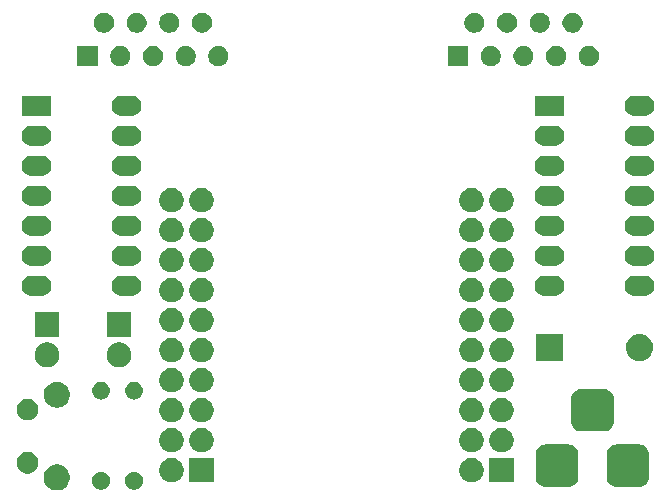
<source format=gbs>
G04 #@! TF.GenerationSoftware,KiCad,Pcbnew,(5.1.0-0)*
G04 #@! TF.CreationDate,2019-04-01T06:31:53-07:00*
G04 #@! TF.ProjectId,unijoysticle,756e696a-6f79-4737-9469-636c652e6b69,v0.0.1*
G04 #@! TF.SameCoordinates,Original*
G04 #@! TF.FileFunction,Soldermask,Bot*
G04 #@! TF.FilePolarity,Negative*
%FSLAX46Y46*%
G04 Gerber Fmt 4.6, Leading zero omitted, Abs format (unit mm)*
G04 Created by KiCad (PCBNEW (5.1.0-0)) date 2019-04-01 06:31:53*
%MOMM*%
%LPD*%
G04 APERTURE LIST*
%ADD10C,0.100000*%
G04 APERTURE END LIST*
D10*
G36*
X119072200Y-113842402D02*
G01*
X119143091Y-113856503D01*
X119226071Y-113890875D01*
X119343423Y-113939483D01*
X119343424Y-113939484D01*
X119523719Y-114059953D01*
X119677047Y-114213281D01*
X119737691Y-114304041D01*
X119797517Y-114393577D01*
X119880497Y-114593910D01*
X119922800Y-114806579D01*
X119922800Y-115023421D01*
X119880497Y-115236090D01*
X119797517Y-115436423D01*
X119797516Y-115436424D01*
X119677047Y-115616719D01*
X119523719Y-115770047D01*
X119520519Y-115772185D01*
X119343423Y-115890517D01*
X119226071Y-115939125D01*
X119143091Y-115973497D01*
X119072200Y-115987598D01*
X118930421Y-116015800D01*
X118713579Y-116015800D01*
X118571800Y-115987598D01*
X118500909Y-115973497D01*
X118417929Y-115939125D01*
X118300577Y-115890517D01*
X118123481Y-115772185D01*
X118120281Y-115770047D01*
X117966953Y-115616719D01*
X117846484Y-115436424D01*
X117846483Y-115436423D01*
X117763503Y-115236090D01*
X117721200Y-115023421D01*
X117721200Y-114806579D01*
X117763503Y-114593910D01*
X117846483Y-114393577D01*
X117906309Y-114304041D01*
X117966953Y-114213281D01*
X118120281Y-114059953D01*
X118300576Y-113939484D01*
X118300577Y-113939483D01*
X118417929Y-113890875D01*
X118500909Y-113856503D01*
X118571800Y-113842402D01*
X118713579Y-113814200D01*
X118930421Y-113814200D01*
X119072200Y-113842402D01*
X119072200Y-113842402D01*
G37*
G36*
X125567999Y-114467052D02*
G01*
X125704639Y-114523650D01*
X125827605Y-114605813D01*
X125932187Y-114710395D01*
X126014350Y-114833361D01*
X126070948Y-114970001D01*
X126099800Y-115115051D01*
X126099800Y-115262949D01*
X126070948Y-115407999D01*
X126014350Y-115544639D01*
X125932187Y-115667605D01*
X125827605Y-115772187D01*
X125704639Y-115854350D01*
X125567999Y-115910948D01*
X125422949Y-115939800D01*
X125275051Y-115939800D01*
X125130001Y-115910948D01*
X124993361Y-115854350D01*
X124870395Y-115772187D01*
X124765813Y-115667605D01*
X124683650Y-115544639D01*
X124627052Y-115407999D01*
X124598200Y-115262949D01*
X124598200Y-115115051D01*
X124627052Y-114970001D01*
X124683650Y-114833361D01*
X124765813Y-114710395D01*
X124870395Y-114605813D01*
X124993361Y-114523650D01*
X125130001Y-114467052D01*
X125275051Y-114438200D01*
X125422949Y-114438200D01*
X125567999Y-114467052D01*
X125567999Y-114467052D01*
G37*
G36*
X122773999Y-114467052D02*
G01*
X122910639Y-114523650D01*
X123033605Y-114605813D01*
X123138187Y-114710395D01*
X123220350Y-114833361D01*
X123276948Y-114970001D01*
X123305800Y-115115051D01*
X123305800Y-115262949D01*
X123276948Y-115407999D01*
X123220350Y-115544639D01*
X123138187Y-115667605D01*
X123033605Y-115772187D01*
X122910639Y-115854350D01*
X122773999Y-115910948D01*
X122628949Y-115939800D01*
X122481051Y-115939800D01*
X122336001Y-115910948D01*
X122199361Y-115854350D01*
X122076395Y-115772187D01*
X121971813Y-115667605D01*
X121889650Y-115544639D01*
X121833052Y-115407999D01*
X121804200Y-115262949D01*
X121804200Y-115115051D01*
X121833052Y-114970001D01*
X121889650Y-114833361D01*
X121971813Y-114710395D01*
X122076395Y-114605813D01*
X122199361Y-114523650D01*
X122336001Y-114467052D01*
X122481051Y-114438200D01*
X122628949Y-114438200D01*
X122773999Y-114467052D01*
X122773999Y-114467052D01*
G37*
G36*
X168289246Y-112134893D02*
G01*
X168446321Y-112182541D01*
X168591075Y-112259914D01*
X168717957Y-112364043D01*
X168822086Y-112490925D01*
X168899459Y-112635679D01*
X168947107Y-112792754D01*
X168963800Y-112962240D01*
X168963800Y-114875760D01*
X168947107Y-115045246D01*
X168899459Y-115202321D01*
X168822086Y-115347075D01*
X168717957Y-115473957D01*
X168591075Y-115578086D01*
X168446321Y-115655459D01*
X168289246Y-115703107D01*
X168119760Y-115719800D01*
X166206240Y-115719800D01*
X166036754Y-115703107D01*
X165879679Y-115655459D01*
X165734925Y-115578086D01*
X165608043Y-115473957D01*
X165503914Y-115347075D01*
X165426541Y-115202321D01*
X165378893Y-115045246D01*
X165362200Y-114875760D01*
X165362200Y-112962240D01*
X165378893Y-112792754D01*
X165426541Y-112635679D01*
X165503914Y-112490925D01*
X165608043Y-112364043D01*
X165734925Y-112259914D01*
X165879679Y-112182541D01*
X166036754Y-112134893D01*
X166206240Y-112118200D01*
X168119760Y-112118200D01*
X168289246Y-112134893D01*
X168289246Y-112134893D01*
G37*
G36*
X162289246Y-112134893D02*
G01*
X162446321Y-112182541D01*
X162591075Y-112259914D01*
X162717957Y-112364043D01*
X162822086Y-112490925D01*
X162899459Y-112635679D01*
X162947107Y-112792754D01*
X162963800Y-112962240D01*
X162963800Y-114875760D01*
X162947107Y-115045246D01*
X162899459Y-115202321D01*
X162822086Y-115347075D01*
X162717957Y-115473957D01*
X162591075Y-115578086D01*
X162446321Y-115655459D01*
X162289246Y-115703107D01*
X162119760Y-115719800D01*
X160206240Y-115719800D01*
X160036754Y-115703107D01*
X159879679Y-115655459D01*
X159734925Y-115578086D01*
X159608043Y-115473957D01*
X159503914Y-115347075D01*
X159426541Y-115202321D01*
X159378893Y-115045246D01*
X159362200Y-114875760D01*
X159362200Y-112962240D01*
X159378893Y-112792754D01*
X159426541Y-112635679D01*
X159503914Y-112490925D01*
X159608043Y-112364043D01*
X159734925Y-112259914D01*
X159879679Y-112182541D01*
X160036754Y-112134893D01*
X160206240Y-112118200D01*
X162119760Y-112118200D01*
X162289246Y-112134893D01*
X162289246Y-112134893D01*
G37*
G36*
X157505400Y-115341400D02*
G01*
X155422600Y-115341400D01*
X155422600Y-113258600D01*
X157505400Y-113258600D01*
X157505400Y-115341400D01*
X157505400Y-115341400D01*
G37*
G36*
X154227765Y-113298620D02*
G01*
X154417288Y-113377123D01*
X154587854Y-113491092D01*
X154732908Y-113636146D01*
X154846877Y-113806712D01*
X154846878Y-113806714D01*
X154925380Y-113996235D01*
X154965400Y-114197430D01*
X154965400Y-114402570D01*
X154925380Y-114603765D01*
X154881213Y-114710395D01*
X154846877Y-114793288D01*
X154732908Y-114963854D01*
X154587854Y-115108908D01*
X154417288Y-115222877D01*
X154417287Y-115222878D01*
X154417286Y-115222878D01*
X154227765Y-115301380D01*
X154026570Y-115341400D01*
X153821430Y-115341400D01*
X153620235Y-115301380D01*
X153430714Y-115222878D01*
X153430713Y-115222878D01*
X153430712Y-115222877D01*
X153260146Y-115108908D01*
X153115092Y-114963854D01*
X153001123Y-114793288D01*
X152966788Y-114710395D01*
X152922620Y-114603765D01*
X152882600Y-114402570D01*
X152882600Y-114197430D01*
X152922620Y-113996235D01*
X153001122Y-113806714D01*
X153001123Y-113806712D01*
X153115092Y-113636146D01*
X153260146Y-113491092D01*
X153430712Y-113377123D01*
X153620235Y-113298620D01*
X153821430Y-113258600D01*
X154026570Y-113258600D01*
X154227765Y-113298620D01*
X154227765Y-113298620D01*
G37*
G36*
X132105400Y-115341400D02*
G01*
X130022600Y-115341400D01*
X130022600Y-113258600D01*
X132105400Y-113258600D01*
X132105400Y-115341400D01*
X132105400Y-115341400D01*
G37*
G36*
X128827765Y-113298620D02*
G01*
X129017288Y-113377123D01*
X129187854Y-113491092D01*
X129332908Y-113636146D01*
X129446877Y-113806712D01*
X129446878Y-113806714D01*
X129525380Y-113996235D01*
X129565400Y-114197430D01*
X129565400Y-114402570D01*
X129525380Y-114603765D01*
X129481213Y-114710395D01*
X129446877Y-114793288D01*
X129332908Y-114963854D01*
X129187854Y-115108908D01*
X129017288Y-115222877D01*
X129017287Y-115222878D01*
X129017286Y-115222878D01*
X128827765Y-115301380D01*
X128626570Y-115341400D01*
X128421430Y-115341400D01*
X128220235Y-115301380D01*
X128030714Y-115222878D01*
X128030713Y-115222878D01*
X128030712Y-115222877D01*
X127860146Y-115108908D01*
X127715092Y-114963854D01*
X127601123Y-114793288D01*
X127566788Y-114710395D01*
X127522620Y-114603765D01*
X127482600Y-114402570D01*
X127482600Y-114197430D01*
X127522620Y-113996235D01*
X127601122Y-113806714D01*
X127601123Y-113806712D01*
X127715092Y-113636146D01*
X127860146Y-113491092D01*
X128030712Y-113377123D01*
X128220235Y-113298620D01*
X128421430Y-113258600D01*
X128626570Y-113258600D01*
X128827765Y-113298620D01*
X128827765Y-113298620D01*
G37*
G36*
X116534690Y-112761380D02*
G01*
X116602046Y-112774778D01*
X116770531Y-112844566D01*
X116922163Y-112945884D01*
X117051116Y-113074837D01*
X117152434Y-113226469D01*
X117222222Y-113394954D01*
X117257800Y-113573817D01*
X117257800Y-113756183D01*
X117222222Y-113935046D01*
X117152434Y-114103531D01*
X117051116Y-114255163D01*
X116922163Y-114384116D01*
X116770531Y-114485434D01*
X116602046Y-114555222D01*
X116542425Y-114567081D01*
X116423185Y-114590800D01*
X116240815Y-114590800D01*
X116121575Y-114567081D01*
X116061954Y-114555222D01*
X115893469Y-114485434D01*
X115741837Y-114384116D01*
X115612884Y-114255163D01*
X115511566Y-114103531D01*
X115441778Y-113935046D01*
X115406200Y-113756183D01*
X115406200Y-113573817D01*
X115441778Y-113394954D01*
X115511566Y-113226469D01*
X115612884Y-113074837D01*
X115741837Y-112945884D01*
X115893469Y-112844566D01*
X116061954Y-112774778D01*
X116129310Y-112761380D01*
X116240815Y-112739200D01*
X116423185Y-112739200D01*
X116534690Y-112761380D01*
X116534690Y-112761380D01*
G37*
G36*
X156754990Y-110756079D02*
G01*
X156767765Y-110758620D01*
X156957288Y-110837123D01*
X157127854Y-110951092D01*
X157272908Y-111096146D01*
X157272909Y-111096148D01*
X157386878Y-111266714D01*
X157465380Y-111456235D01*
X157505400Y-111657430D01*
X157505400Y-111862570D01*
X157465380Y-112063765D01*
X157414443Y-112186739D01*
X157386877Y-112253288D01*
X157272908Y-112423854D01*
X157127854Y-112568908D01*
X156957288Y-112682877D01*
X156957287Y-112682878D01*
X156957286Y-112682878D01*
X156767765Y-112761380D01*
X156566570Y-112801400D01*
X156361430Y-112801400D01*
X156160235Y-112761380D01*
X155970714Y-112682878D01*
X155970713Y-112682878D01*
X155970712Y-112682877D01*
X155800146Y-112568908D01*
X155655092Y-112423854D01*
X155541123Y-112253288D01*
X155513558Y-112186739D01*
X155462620Y-112063765D01*
X155422600Y-111862570D01*
X155422600Y-111657430D01*
X155462620Y-111456235D01*
X155541122Y-111266714D01*
X155655091Y-111096148D01*
X155655092Y-111096146D01*
X155800146Y-110951092D01*
X155970712Y-110837123D01*
X156160235Y-110758620D01*
X156173010Y-110756079D01*
X156361430Y-110718600D01*
X156566570Y-110718600D01*
X156754990Y-110756079D01*
X156754990Y-110756079D01*
G37*
G36*
X154214990Y-110756079D02*
G01*
X154227765Y-110758620D01*
X154417288Y-110837123D01*
X154587854Y-110951092D01*
X154732908Y-111096146D01*
X154732909Y-111096148D01*
X154846878Y-111266714D01*
X154925380Y-111456235D01*
X154965400Y-111657430D01*
X154965400Y-111862570D01*
X154925380Y-112063765D01*
X154874443Y-112186739D01*
X154846877Y-112253288D01*
X154732908Y-112423854D01*
X154587854Y-112568908D01*
X154417288Y-112682877D01*
X154417287Y-112682878D01*
X154417286Y-112682878D01*
X154227765Y-112761380D01*
X154026570Y-112801400D01*
X153821430Y-112801400D01*
X153620235Y-112761380D01*
X153430714Y-112682878D01*
X153430713Y-112682878D01*
X153430712Y-112682877D01*
X153260146Y-112568908D01*
X153115092Y-112423854D01*
X153001123Y-112253288D01*
X152973558Y-112186739D01*
X152922620Y-112063765D01*
X152882600Y-111862570D01*
X152882600Y-111657430D01*
X152922620Y-111456235D01*
X153001122Y-111266714D01*
X153115091Y-111096148D01*
X153115092Y-111096146D01*
X153260146Y-110951092D01*
X153430712Y-110837123D01*
X153620235Y-110758620D01*
X153633010Y-110756079D01*
X153821430Y-110718600D01*
X154026570Y-110718600D01*
X154214990Y-110756079D01*
X154214990Y-110756079D01*
G37*
G36*
X131354990Y-110756079D02*
G01*
X131367765Y-110758620D01*
X131557288Y-110837123D01*
X131727854Y-110951092D01*
X131872908Y-111096146D01*
X131872909Y-111096148D01*
X131986878Y-111266714D01*
X132065380Y-111456235D01*
X132105400Y-111657430D01*
X132105400Y-111862570D01*
X132065380Y-112063765D01*
X132014443Y-112186739D01*
X131986877Y-112253288D01*
X131872908Y-112423854D01*
X131727854Y-112568908D01*
X131557288Y-112682877D01*
X131557287Y-112682878D01*
X131557286Y-112682878D01*
X131367765Y-112761380D01*
X131166570Y-112801400D01*
X130961430Y-112801400D01*
X130760235Y-112761380D01*
X130570714Y-112682878D01*
X130570713Y-112682878D01*
X130570712Y-112682877D01*
X130400146Y-112568908D01*
X130255092Y-112423854D01*
X130141123Y-112253288D01*
X130113558Y-112186739D01*
X130062620Y-112063765D01*
X130022600Y-111862570D01*
X130022600Y-111657430D01*
X130062620Y-111456235D01*
X130141122Y-111266714D01*
X130255091Y-111096148D01*
X130255092Y-111096146D01*
X130400146Y-110951092D01*
X130570712Y-110837123D01*
X130760235Y-110758620D01*
X130773010Y-110756079D01*
X130961430Y-110718600D01*
X131166570Y-110718600D01*
X131354990Y-110756079D01*
X131354990Y-110756079D01*
G37*
G36*
X128814990Y-110756079D02*
G01*
X128827765Y-110758620D01*
X129017288Y-110837123D01*
X129187854Y-110951092D01*
X129332908Y-111096146D01*
X129332909Y-111096148D01*
X129446878Y-111266714D01*
X129525380Y-111456235D01*
X129565400Y-111657430D01*
X129565400Y-111862570D01*
X129525380Y-112063765D01*
X129474443Y-112186739D01*
X129446877Y-112253288D01*
X129332908Y-112423854D01*
X129187854Y-112568908D01*
X129017288Y-112682877D01*
X129017287Y-112682878D01*
X129017286Y-112682878D01*
X128827765Y-112761380D01*
X128626570Y-112801400D01*
X128421430Y-112801400D01*
X128220235Y-112761380D01*
X128030714Y-112682878D01*
X128030713Y-112682878D01*
X128030712Y-112682877D01*
X127860146Y-112568908D01*
X127715092Y-112423854D01*
X127601123Y-112253288D01*
X127573558Y-112186739D01*
X127522620Y-112063765D01*
X127482600Y-111862570D01*
X127482600Y-111657430D01*
X127522620Y-111456235D01*
X127601122Y-111266714D01*
X127715091Y-111096148D01*
X127715092Y-111096146D01*
X127860146Y-110951092D01*
X128030712Y-110837123D01*
X128220235Y-110758620D01*
X128233010Y-110756079D01*
X128421430Y-110718600D01*
X128626570Y-110718600D01*
X128814990Y-110756079D01*
X128814990Y-110756079D01*
G37*
G36*
X165289246Y-107434893D02*
G01*
X165446321Y-107482541D01*
X165591075Y-107559914D01*
X165717957Y-107664043D01*
X165822086Y-107790925D01*
X165899459Y-107935679D01*
X165947107Y-108092754D01*
X165963800Y-108262240D01*
X165963800Y-110175760D01*
X165947107Y-110345246D01*
X165899459Y-110502321D01*
X165822086Y-110647075D01*
X165717957Y-110773957D01*
X165591075Y-110878086D01*
X165446321Y-110955459D01*
X165289246Y-111003107D01*
X165119760Y-111019800D01*
X163206240Y-111019800D01*
X163036754Y-111003107D01*
X162879679Y-110955459D01*
X162734925Y-110878086D01*
X162608043Y-110773957D01*
X162503914Y-110647075D01*
X162426541Y-110502321D01*
X162378893Y-110345246D01*
X162362200Y-110175760D01*
X162362200Y-108262240D01*
X162378893Y-108092754D01*
X162426541Y-107935679D01*
X162503914Y-107790925D01*
X162608043Y-107664043D01*
X162734925Y-107559914D01*
X162879679Y-107482541D01*
X163036754Y-107434893D01*
X163206240Y-107418200D01*
X165119760Y-107418200D01*
X165289246Y-107434893D01*
X165289246Y-107434893D01*
G37*
G36*
X156767765Y-108218620D02*
G01*
X156903343Y-108274778D01*
X156957288Y-108297123D01*
X157127854Y-108411092D01*
X157272908Y-108556146D01*
X157386716Y-108726471D01*
X157386878Y-108726714D01*
X157465380Y-108916235D01*
X157483196Y-109005800D01*
X157505400Y-109117431D01*
X157505400Y-109322569D01*
X157465380Y-109523765D01*
X157386877Y-109713288D01*
X157272908Y-109883854D01*
X157127854Y-110028908D01*
X156957288Y-110142877D01*
X156957287Y-110142878D01*
X156957286Y-110142878D01*
X156767765Y-110221380D01*
X156566570Y-110261400D01*
X156361430Y-110261400D01*
X156160235Y-110221380D01*
X155970714Y-110142878D01*
X155970713Y-110142878D01*
X155970712Y-110142877D01*
X155800146Y-110028908D01*
X155655092Y-109883854D01*
X155541123Y-109713288D01*
X155462620Y-109523765D01*
X155422600Y-109322569D01*
X155422600Y-109117431D01*
X155444805Y-109005800D01*
X155462620Y-108916235D01*
X155541122Y-108726714D01*
X155541284Y-108726471D01*
X155655092Y-108556146D01*
X155800146Y-108411092D01*
X155970712Y-108297123D01*
X156024658Y-108274778D01*
X156160235Y-108218620D01*
X156361430Y-108178600D01*
X156566570Y-108178600D01*
X156767765Y-108218620D01*
X156767765Y-108218620D01*
G37*
G36*
X154227765Y-108218620D02*
G01*
X154363343Y-108274778D01*
X154417288Y-108297123D01*
X154587854Y-108411092D01*
X154732908Y-108556146D01*
X154846716Y-108726471D01*
X154846878Y-108726714D01*
X154925380Y-108916235D01*
X154943196Y-109005800D01*
X154965400Y-109117431D01*
X154965400Y-109322569D01*
X154925380Y-109523765D01*
X154846877Y-109713288D01*
X154732908Y-109883854D01*
X154587854Y-110028908D01*
X154417288Y-110142877D01*
X154417287Y-110142878D01*
X154417286Y-110142878D01*
X154227765Y-110221380D01*
X154026570Y-110261400D01*
X153821430Y-110261400D01*
X153620235Y-110221380D01*
X153430714Y-110142878D01*
X153430713Y-110142878D01*
X153430712Y-110142877D01*
X153260146Y-110028908D01*
X153115092Y-109883854D01*
X153001123Y-109713288D01*
X152922620Y-109523765D01*
X152882600Y-109322569D01*
X152882600Y-109117431D01*
X152904805Y-109005800D01*
X152922620Y-108916235D01*
X153001122Y-108726714D01*
X153001284Y-108726471D01*
X153115092Y-108556146D01*
X153260146Y-108411092D01*
X153430712Y-108297123D01*
X153484658Y-108274778D01*
X153620235Y-108218620D01*
X153821430Y-108178600D01*
X154026570Y-108178600D01*
X154227765Y-108218620D01*
X154227765Y-108218620D01*
G37*
G36*
X131367765Y-108218620D02*
G01*
X131503343Y-108274778D01*
X131557288Y-108297123D01*
X131727854Y-108411092D01*
X131872908Y-108556146D01*
X131986716Y-108726471D01*
X131986878Y-108726714D01*
X132065380Y-108916235D01*
X132083196Y-109005800D01*
X132105400Y-109117431D01*
X132105400Y-109322569D01*
X132065380Y-109523765D01*
X131986877Y-109713288D01*
X131872908Y-109883854D01*
X131727854Y-110028908D01*
X131557288Y-110142877D01*
X131557287Y-110142878D01*
X131557286Y-110142878D01*
X131367765Y-110221380D01*
X131166570Y-110261400D01*
X130961430Y-110261400D01*
X130760235Y-110221380D01*
X130570714Y-110142878D01*
X130570713Y-110142878D01*
X130570712Y-110142877D01*
X130400146Y-110028908D01*
X130255092Y-109883854D01*
X130141123Y-109713288D01*
X130062620Y-109523765D01*
X130022600Y-109322569D01*
X130022600Y-109117431D01*
X130044805Y-109005800D01*
X130062620Y-108916235D01*
X130141122Y-108726714D01*
X130141284Y-108726471D01*
X130255092Y-108556146D01*
X130400146Y-108411092D01*
X130570712Y-108297123D01*
X130624658Y-108274778D01*
X130760235Y-108218620D01*
X130961430Y-108178600D01*
X131166570Y-108178600D01*
X131367765Y-108218620D01*
X131367765Y-108218620D01*
G37*
G36*
X128827765Y-108218620D02*
G01*
X128963343Y-108274778D01*
X129017288Y-108297123D01*
X129187854Y-108411092D01*
X129332908Y-108556146D01*
X129446716Y-108726471D01*
X129446878Y-108726714D01*
X129525380Y-108916235D01*
X129543196Y-109005800D01*
X129565400Y-109117431D01*
X129565400Y-109322569D01*
X129525380Y-109523765D01*
X129446877Y-109713288D01*
X129332908Y-109883854D01*
X129187854Y-110028908D01*
X129017288Y-110142877D01*
X129017287Y-110142878D01*
X129017286Y-110142878D01*
X128827765Y-110221380D01*
X128626570Y-110261400D01*
X128421430Y-110261400D01*
X128220235Y-110221380D01*
X128030714Y-110142878D01*
X128030713Y-110142878D01*
X128030712Y-110142877D01*
X127860146Y-110028908D01*
X127715092Y-109883854D01*
X127601123Y-109713288D01*
X127522620Y-109523765D01*
X127482600Y-109322569D01*
X127482600Y-109117431D01*
X127504805Y-109005800D01*
X127522620Y-108916235D01*
X127601122Y-108726714D01*
X127601284Y-108726471D01*
X127715092Y-108556146D01*
X127860146Y-108411092D01*
X128030712Y-108297123D01*
X128084658Y-108274778D01*
X128220235Y-108218620D01*
X128421430Y-108178600D01*
X128626570Y-108178600D01*
X128827765Y-108218620D01*
X128827765Y-108218620D01*
G37*
G36*
X116539013Y-108262240D02*
G01*
X116602046Y-108274778D01*
X116770531Y-108344566D01*
X116922163Y-108445884D01*
X117051116Y-108574837D01*
X117152434Y-108726469D01*
X117222222Y-108894954D01*
X117257800Y-109073817D01*
X117257800Y-109256183D01*
X117222222Y-109435046D01*
X117152434Y-109603531D01*
X117051116Y-109755163D01*
X116922163Y-109884116D01*
X116770531Y-109985434D01*
X116602046Y-110055222D01*
X116542425Y-110067081D01*
X116423185Y-110090800D01*
X116240815Y-110090800D01*
X116121575Y-110067081D01*
X116061954Y-110055222D01*
X115893469Y-109985434D01*
X115741837Y-109884116D01*
X115612884Y-109755163D01*
X115511566Y-109603531D01*
X115441778Y-109435046D01*
X115406200Y-109256183D01*
X115406200Y-109073817D01*
X115441778Y-108894954D01*
X115511566Y-108726469D01*
X115612884Y-108574837D01*
X115741837Y-108445884D01*
X115893469Y-108344566D01*
X116061954Y-108274778D01*
X116124987Y-108262240D01*
X116240815Y-108239200D01*
X116423185Y-108239200D01*
X116539013Y-108262240D01*
X116539013Y-108262240D01*
G37*
G36*
X119055419Y-106829064D02*
G01*
X119143091Y-106846503D01*
X119226071Y-106880875D01*
X119343423Y-106929483D01*
X119343424Y-106929484D01*
X119523719Y-107049953D01*
X119677047Y-107203281D01*
X119677048Y-107203283D01*
X119797517Y-107383577D01*
X119880497Y-107583910D01*
X119906808Y-107716181D01*
X119922800Y-107796581D01*
X119922800Y-108013419D01*
X119880497Y-108226091D01*
X119863965Y-108266003D01*
X119797517Y-108426423D01*
X119737691Y-108515959D01*
X119677047Y-108606719D01*
X119523719Y-108760047D01*
X119432959Y-108820691D01*
X119343423Y-108880517D01*
X119257191Y-108916235D01*
X119143091Y-108963497D01*
X119072200Y-108977598D01*
X118930421Y-109005800D01*
X118713579Y-109005800D01*
X118571800Y-108977598D01*
X118500909Y-108963497D01*
X118386809Y-108916235D01*
X118300577Y-108880517D01*
X118211041Y-108820691D01*
X118120281Y-108760047D01*
X117966953Y-108606719D01*
X117906309Y-108515959D01*
X117846483Y-108426423D01*
X117780035Y-108266003D01*
X117763503Y-108226091D01*
X117721200Y-108013419D01*
X117721200Y-107796581D01*
X117737193Y-107716181D01*
X117763503Y-107583910D01*
X117846483Y-107383577D01*
X117966952Y-107203283D01*
X117966953Y-107203281D01*
X118120281Y-107049953D01*
X118300576Y-106929484D01*
X118300577Y-106929483D01*
X118417929Y-106880875D01*
X118500909Y-106846503D01*
X118588581Y-106829064D01*
X118713579Y-106804200D01*
X118930421Y-106804200D01*
X119055419Y-106829064D01*
X119055419Y-106829064D01*
G37*
G36*
X122702182Y-106829064D02*
G01*
X122843709Y-106871996D01*
X122843711Y-106871997D01*
X122974139Y-106941712D01*
X123088464Y-107035536D01*
X123182288Y-107149861D01*
X123252003Y-107280289D01*
X123252004Y-107280291D01*
X123294936Y-107421818D01*
X123309432Y-107569000D01*
X123294936Y-107716182D01*
X123270548Y-107796579D01*
X123252003Y-107857711D01*
X123182288Y-107988139D01*
X123088464Y-108102464D01*
X122974139Y-108196288D01*
X122918383Y-108226090D01*
X122843709Y-108266004D01*
X122702182Y-108308936D01*
X122591878Y-108319800D01*
X122518122Y-108319800D01*
X122407818Y-108308936D01*
X122266291Y-108266004D01*
X122191617Y-108226090D01*
X122135861Y-108196288D01*
X122021536Y-108102464D01*
X121927712Y-107988139D01*
X121857997Y-107857711D01*
X121839453Y-107796579D01*
X121815064Y-107716182D01*
X121800568Y-107569000D01*
X121815064Y-107421818D01*
X121857996Y-107280291D01*
X121857997Y-107280289D01*
X121927712Y-107149861D01*
X122021536Y-107035536D01*
X122135861Y-106941712D01*
X122266289Y-106871997D01*
X122266291Y-106871996D01*
X122407818Y-106829064D01*
X122518122Y-106818200D01*
X122591878Y-106818200D01*
X122702182Y-106829064D01*
X122702182Y-106829064D01*
G37*
G36*
X125496182Y-106829064D02*
G01*
X125637709Y-106871996D01*
X125637711Y-106871997D01*
X125768139Y-106941712D01*
X125882464Y-107035536D01*
X125976288Y-107149861D01*
X126046003Y-107280289D01*
X126046004Y-107280291D01*
X126088936Y-107421818D01*
X126103432Y-107569000D01*
X126088936Y-107716182D01*
X126064548Y-107796579D01*
X126046003Y-107857711D01*
X125976288Y-107988139D01*
X125882464Y-108102464D01*
X125768139Y-108196288D01*
X125712383Y-108226090D01*
X125637709Y-108266004D01*
X125496182Y-108308936D01*
X125385878Y-108319800D01*
X125312122Y-108319800D01*
X125201818Y-108308936D01*
X125060291Y-108266004D01*
X124985617Y-108226090D01*
X124929861Y-108196288D01*
X124815536Y-108102464D01*
X124721712Y-107988139D01*
X124651997Y-107857711D01*
X124633453Y-107796579D01*
X124609064Y-107716182D01*
X124594568Y-107569000D01*
X124609064Y-107421818D01*
X124651996Y-107280291D01*
X124651997Y-107280289D01*
X124721712Y-107149861D01*
X124815536Y-107035536D01*
X124929861Y-106941712D01*
X125060289Y-106871997D01*
X125060291Y-106871996D01*
X125201818Y-106829064D01*
X125312122Y-106818200D01*
X125385878Y-106818200D01*
X125496182Y-106829064D01*
X125496182Y-106829064D01*
G37*
G36*
X128827765Y-105678620D02*
G01*
X129017288Y-105757123D01*
X129187854Y-105871092D01*
X129332908Y-106016146D01*
X129332909Y-106016148D01*
X129446878Y-106186714D01*
X129525380Y-106376235D01*
X129565400Y-106577430D01*
X129565400Y-106782570D01*
X129525380Y-106983765D01*
X129497965Y-107049952D01*
X129446877Y-107173288D01*
X129332908Y-107343854D01*
X129187854Y-107488908D01*
X129017288Y-107602877D01*
X129017287Y-107602878D01*
X129017286Y-107602878D01*
X128827765Y-107681380D01*
X128626570Y-107721400D01*
X128421430Y-107721400D01*
X128220235Y-107681380D01*
X128030714Y-107602878D01*
X128030713Y-107602878D01*
X128030712Y-107602877D01*
X127860146Y-107488908D01*
X127715092Y-107343854D01*
X127601123Y-107173288D01*
X127550036Y-107049952D01*
X127522620Y-106983765D01*
X127482600Y-106782570D01*
X127482600Y-106577430D01*
X127522620Y-106376235D01*
X127601122Y-106186714D01*
X127715091Y-106016148D01*
X127715092Y-106016146D01*
X127860146Y-105871092D01*
X128030712Y-105757123D01*
X128220235Y-105678620D01*
X128421430Y-105638600D01*
X128626570Y-105638600D01*
X128827765Y-105678620D01*
X128827765Y-105678620D01*
G37*
G36*
X131367765Y-105678620D02*
G01*
X131557288Y-105757123D01*
X131727854Y-105871092D01*
X131872908Y-106016146D01*
X131872909Y-106016148D01*
X131986878Y-106186714D01*
X132065380Y-106376235D01*
X132105400Y-106577430D01*
X132105400Y-106782570D01*
X132065380Y-106983765D01*
X132037965Y-107049952D01*
X131986877Y-107173288D01*
X131872908Y-107343854D01*
X131727854Y-107488908D01*
X131557288Y-107602877D01*
X131557287Y-107602878D01*
X131557286Y-107602878D01*
X131367765Y-107681380D01*
X131166570Y-107721400D01*
X130961430Y-107721400D01*
X130760235Y-107681380D01*
X130570714Y-107602878D01*
X130570713Y-107602878D01*
X130570712Y-107602877D01*
X130400146Y-107488908D01*
X130255092Y-107343854D01*
X130141123Y-107173288D01*
X130090036Y-107049952D01*
X130062620Y-106983765D01*
X130022600Y-106782570D01*
X130022600Y-106577430D01*
X130062620Y-106376235D01*
X130141122Y-106186714D01*
X130255091Y-106016148D01*
X130255092Y-106016146D01*
X130400146Y-105871092D01*
X130570712Y-105757123D01*
X130760235Y-105678620D01*
X130961430Y-105638600D01*
X131166570Y-105638600D01*
X131367765Y-105678620D01*
X131367765Y-105678620D01*
G37*
G36*
X154227765Y-105678620D02*
G01*
X154417288Y-105757123D01*
X154587854Y-105871092D01*
X154732908Y-106016146D01*
X154732909Y-106016148D01*
X154846878Y-106186714D01*
X154925380Y-106376235D01*
X154965400Y-106577430D01*
X154965400Y-106782570D01*
X154925380Y-106983765D01*
X154897965Y-107049952D01*
X154846877Y-107173288D01*
X154732908Y-107343854D01*
X154587854Y-107488908D01*
X154417288Y-107602877D01*
X154417287Y-107602878D01*
X154417286Y-107602878D01*
X154227765Y-107681380D01*
X154026570Y-107721400D01*
X153821430Y-107721400D01*
X153620235Y-107681380D01*
X153430714Y-107602878D01*
X153430713Y-107602878D01*
X153430712Y-107602877D01*
X153260146Y-107488908D01*
X153115092Y-107343854D01*
X153001123Y-107173288D01*
X152950036Y-107049952D01*
X152922620Y-106983765D01*
X152882600Y-106782570D01*
X152882600Y-106577430D01*
X152922620Y-106376235D01*
X153001122Y-106186714D01*
X153115091Y-106016148D01*
X153115092Y-106016146D01*
X153260146Y-105871092D01*
X153430712Y-105757123D01*
X153620235Y-105678620D01*
X153821430Y-105638600D01*
X154026570Y-105638600D01*
X154227765Y-105678620D01*
X154227765Y-105678620D01*
G37*
G36*
X156767765Y-105678620D02*
G01*
X156957288Y-105757123D01*
X157127854Y-105871092D01*
X157272908Y-106016146D01*
X157272909Y-106016148D01*
X157386878Y-106186714D01*
X157465380Y-106376235D01*
X157505400Y-106577430D01*
X157505400Y-106782570D01*
X157465380Y-106983765D01*
X157437965Y-107049952D01*
X157386877Y-107173288D01*
X157272908Y-107343854D01*
X157127854Y-107488908D01*
X156957288Y-107602877D01*
X156957287Y-107602878D01*
X156957286Y-107602878D01*
X156767765Y-107681380D01*
X156566570Y-107721400D01*
X156361430Y-107721400D01*
X156160235Y-107681380D01*
X155970714Y-107602878D01*
X155970713Y-107602878D01*
X155970712Y-107602877D01*
X155800146Y-107488908D01*
X155655092Y-107343854D01*
X155541123Y-107173288D01*
X155490036Y-107049952D01*
X155462620Y-106983765D01*
X155422600Y-106782570D01*
X155422600Y-106577430D01*
X155462620Y-106376235D01*
X155541122Y-106186714D01*
X155655091Y-106016148D01*
X155655092Y-106016146D01*
X155800146Y-105871092D01*
X155970712Y-105757123D01*
X156160235Y-105678620D01*
X156361430Y-105638600D01*
X156566570Y-105638600D01*
X156767765Y-105678620D01*
X156767765Y-105678620D01*
G37*
G36*
X124385506Y-103510581D02*
G01*
X124497528Y-103556982D01*
X124576740Y-103589793D01*
X124661925Y-103646712D01*
X124748845Y-103704790D01*
X124895210Y-103851155D01*
X124933368Y-103908263D01*
X125010207Y-104023260D01*
X125043018Y-104102472D01*
X125089419Y-104214494D01*
X125129800Y-104417504D01*
X125129800Y-104624496D01*
X125089419Y-104827506D01*
X125081143Y-104847485D01*
X125010207Y-105018740D01*
X124895209Y-105190846D01*
X124748846Y-105337209D01*
X124576740Y-105452207D01*
X124497528Y-105485018D01*
X124385506Y-105531419D01*
X124182496Y-105571800D01*
X123975504Y-105571800D01*
X123772494Y-105531419D01*
X123660472Y-105485018D01*
X123581260Y-105452207D01*
X123409154Y-105337209D01*
X123262791Y-105190846D01*
X123147793Y-105018740D01*
X123076857Y-104847485D01*
X123068581Y-104827506D01*
X123028200Y-104624496D01*
X123028200Y-104417504D01*
X123068581Y-104214494D01*
X123114982Y-104102472D01*
X123147793Y-104023260D01*
X123224632Y-103908263D01*
X123262790Y-103851155D01*
X123409155Y-103704790D01*
X123496075Y-103646712D01*
X123581260Y-103589793D01*
X123660472Y-103556982D01*
X123772494Y-103510581D01*
X123975504Y-103470200D01*
X124182496Y-103470200D01*
X124385506Y-103510581D01*
X124385506Y-103510581D01*
G37*
G36*
X118289506Y-103510581D02*
G01*
X118401528Y-103556982D01*
X118480740Y-103589793D01*
X118565925Y-103646712D01*
X118652845Y-103704790D01*
X118799210Y-103851155D01*
X118837368Y-103908263D01*
X118914207Y-104023260D01*
X118947018Y-104102472D01*
X118993419Y-104214494D01*
X119033800Y-104417504D01*
X119033800Y-104624496D01*
X118993419Y-104827506D01*
X118985143Y-104847485D01*
X118914207Y-105018740D01*
X118799209Y-105190846D01*
X118652846Y-105337209D01*
X118480740Y-105452207D01*
X118401528Y-105485018D01*
X118289506Y-105531419D01*
X118086496Y-105571800D01*
X117879504Y-105571800D01*
X117676494Y-105531419D01*
X117564472Y-105485018D01*
X117485260Y-105452207D01*
X117313154Y-105337209D01*
X117166791Y-105190846D01*
X117051793Y-105018740D01*
X116980857Y-104847485D01*
X116972581Y-104827506D01*
X116932200Y-104624496D01*
X116932200Y-104417504D01*
X116972581Y-104214494D01*
X117018982Y-104102472D01*
X117051793Y-104023260D01*
X117128632Y-103908263D01*
X117166790Y-103851155D01*
X117313155Y-103704790D01*
X117400075Y-103646712D01*
X117485260Y-103589793D01*
X117564472Y-103556982D01*
X117676494Y-103510581D01*
X117879504Y-103470200D01*
X118086496Y-103470200D01*
X118289506Y-103510581D01*
X118289506Y-103510581D01*
G37*
G36*
X156767765Y-103138620D02*
G01*
X156957288Y-103217123D01*
X157127854Y-103331092D01*
X157272908Y-103476146D01*
X157386877Y-103646712D01*
X157386878Y-103646714D01*
X157465380Y-103836235D01*
X157505400Y-104037430D01*
X157505400Y-104242570D01*
X157470604Y-104417504D01*
X157465380Y-104443765D01*
X157386877Y-104633288D01*
X157272908Y-104803854D01*
X157127854Y-104948908D01*
X156957288Y-105062877D01*
X156957287Y-105062878D01*
X156957286Y-105062878D01*
X156767765Y-105141380D01*
X156566570Y-105181400D01*
X156361430Y-105181400D01*
X156160235Y-105141380D01*
X155970714Y-105062878D01*
X155970713Y-105062878D01*
X155970712Y-105062877D01*
X155800146Y-104948908D01*
X155655092Y-104803854D01*
X155541123Y-104633288D01*
X155462620Y-104443765D01*
X155457396Y-104417504D01*
X155422600Y-104242570D01*
X155422600Y-104037430D01*
X155462620Y-103836235D01*
X155541122Y-103646714D01*
X155541123Y-103646712D01*
X155655092Y-103476146D01*
X155800146Y-103331092D01*
X155970712Y-103217123D01*
X156160235Y-103138620D01*
X156361430Y-103098600D01*
X156566570Y-103098600D01*
X156767765Y-103138620D01*
X156767765Y-103138620D01*
G37*
G36*
X128827765Y-103138620D02*
G01*
X129017288Y-103217123D01*
X129187854Y-103331092D01*
X129332908Y-103476146D01*
X129446877Y-103646712D01*
X129446878Y-103646714D01*
X129525380Y-103836235D01*
X129565400Y-104037430D01*
X129565400Y-104242570D01*
X129530604Y-104417504D01*
X129525380Y-104443765D01*
X129446877Y-104633288D01*
X129332908Y-104803854D01*
X129187854Y-104948908D01*
X129017288Y-105062877D01*
X129017287Y-105062878D01*
X129017286Y-105062878D01*
X128827765Y-105141380D01*
X128626570Y-105181400D01*
X128421430Y-105181400D01*
X128220235Y-105141380D01*
X128030714Y-105062878D01*
X128030713Y-105062878D01*
X128030712Y-105062877D01*
X127860146Y-104948908D01*
X127715092Y-104803854D01*
X127601123Y-104633288D01*
X127522620Y-104443765D01*
X127517396Y-104417504D01*
X127482600Y-104242570D01*
X127482600Y-104037430D01*
X127522620Y-103836235D01*
X127601122Y-103646714D01*
X127601123Y-103646712D01*
X127715092Y-103476146D01*
X127860146Y-103331092D01*
X128030712Y-103217123D01*
X128220235Y-103138620D01*
X128421430Y-103098600D01*
X128626570Y-103098600D01*
X128827765Y-103138620D01*
X128827765Y-103138620D01*
G37*
G36*
X131367765Y-103138620D02*
G01*
X131557288Y-103217123D01*
X131727854Y-103331092D01*
X131872908Y-103476146D01*
X131986877Y-103646712D01*
X131986878Y-103646714D01*
X132065380Y-103836235D01*
X132105400Y-104037430D01*
X132105400Y-104242570D01*
X132070604Y-104417504D01*
X132065380Y-104443765D01*
X131986877Y-104633288D01*
X131872908Y-104803854D01*
X131727854Y-104948908D01*
X131557288Y-105062877D01*
X131557287Y-105062878D01*
X131557286Y-105062878D01*
X131367765Y-105141380D01*
X131166570Y-105181400D01*
X130961430Y-105181400D01*
X130760235Y-105141380D01*
X130570714Y-105062878D01*
X130570713Y-105062878D01*
X130570712Y-105062877D01*
X130400146Y-104948908D01*
X130255092Y-104803854D01*
X130141123Y-104633288D01*
X130062620Y-104443765D01*
X130057396Y-104417504D01*
X130022600Y-104242570D01*
X130022600Y-104037430D01*
X130062620Y-103836235D01*
X130141122Y-103646714D01*
X130141123Y-103646712D01*
X130255092Y-103476146D01*
X130400146Y-103331092D01*
X130570712Y-103217123D01*
X130760235Y-103138620D01*
X130961430Y-103098600D01*
X131166570Y-103098600D01*
X131367765Y-103138620D01*
X131367765Y-103138620D01*
G37*
G36*
X154227765Y-103138620D02*
G01*
X154417288Y-103217123D01*
X154587854Y-103331092D01*
X154732908Y-103476146D01*
X154846877Y-103646712D01*
X154846878Y-103646714D01*
X154925380Y-103836235D01*
X154965400Y-104037430D01*
X154965400Y-104242570D01*
X154930604Y-104417504D01*
X154925380Y-104443765D01*
X154846877Y-104633288D01*
X154732908Y-104803854D01*
X154587854Y-104948908D01*
X154417288Y-105062877D01*
X154417287Y-105062878D01*
X154417286Y-105062878D01*
X154227765Y-105141380D01*
X154026570Y-105181400D01*
X153821430Y-105181400D01*
X153620235Y-105141380D01*
X153430714Y-105062878D01*
X153430713Y-105062878D01*
X153430712Y-105062877D01*
X153260146Y-104948908D01*
X153115092Y-104803854D01*
X153001123Y-104633288D01*
X152922620Y-104443765D01*
X152917396Y-104417504D01*
X152882600Y-104242570D01*
X152882600Y-104037430D01*
X152922620Y-103836235D01*
X153001122Y-103646714D01*
X153001123Y-103646712D01*
X153115092Y-103476146D01*
X153260146Y-103331092D01*
X153430712Y-103217123D01*
X153620235Y-103138620D01*
X153821430Y-103098600D01*
X154026570Y-103098600D01*
X154227765Y-103138620D01*
X154227765Y-103138620D01*
G37*
G36*
X168260888Y-102740750D02*
G01*
X168373596Y-102751851D01*
X168590523Y-102817655D01*
X168590525Y-102817656D01*
X168790439Y-102924512D01*
X168790440Y-102924513D01*
X168790444Y-102924515D01*
X168965676Y-103068324D01*
X169109485Y-103243556D01*
X169109487Y-103243560D01*
X169109488Y-103243561D01*
X169156274Y-103331092D01*
X169216345Y-103443477D01*
X169282149Y-103660404D01*
X169304368Y-103886000D01*
X169282149Y-104111596D01*
X169216345Y-104328523D01*
X169109485Y-104528444D01*
X168965676Y-104703676D01*
X168790444Y-104847485D01*
X168790440Y-104847487D01*
X168790439Y-104847488D01*
X168600695Y-104948908D01*
X168590523Y-104954345D01*
X168373596Y-105020149D01*
X168260888Y-105031250D01*
X168204535Y-105036800D01*
X168091465Y-105036800D01*
X168035112Y-105031250D01*
X167922404Y-105020149D01*
X167705477Y-104954345D01*
X167695305Y-104948908D01*
X167505561Y-104847488D01*
X167505560Y-104847487D01*
X167505556Y-104847485D01*
X167330324Y-104703676D01*
X167186515Y-104528444D01*
X167079655Y-104328523D01*
X167013851Y-104111596D01*
X166991632Y-103886000D01*
X167013851Y-103660404D01*
X167079655Y-103443477D01*
X167139726Y-103331092D01*
X167186512Y-103243561D01*
X167186513Y-103243560D01*
X167186515Y-103243556D01*
X167330324Y-103068324D01*
X167505556Y-102924515D01*
X167505560Y-102924513D01*
X167505561Y-102924512D01*
X167705475Y-102817656D01*
X167705477Y-102817655D01*
X167922404Y-102751851D01*
X168035112Y-102740750D01*
X168091465Y-102735200D01*
X168204535Y-102735200D01*
X168260888Y-102740750D01*
X168260888Y-102740750D01*
G37*
G36*
X161678800Y-105036800D02*
G01*
X159377200Y-105036800D01*
X159377200Y-102735200D01*
X161678800Y-102735200D01*
X161678800Y-105036800D01*
X161678800Y-105036800D01*
G37*
G36*
X119033800Y-103031800D02*
G01*
X116932200Y-103031800D01*
X116932200Y-100930200D01*
X119033800Y-100930200D01*
X119033800Y-103031800D01*
X119033800Y-103031800D01*
G37*
G36*
X125129800Y-103031800D02*
G01*
X123028200Y-103031800D01*
X123028200Y-100930200D01*
X125129800Y-100930200D01*
X125129800Y-103031800D01*
X125129800Y-103031800D01*
G37*
G36*
X154227765Y-100598620D02*
G01*
X154417288Y-100677123D01*
X154587854Y-100791092D01*
X154732908Y-100936146D01*
X154846877Y-101106712D01*
X154925380Y-101296235D01*
X154965400Y-101497431D01*
X154965400Y-101702569D01*
X154925380Y-101903765D01*
X154846877Y-102093288D01*
X154732908Y-102263854D01*
X154587854Y-102408908D01*
X154417288Y-102522877D01*
X154417287Y-102522878D01*
X154417286Y-102522878D01*
X154227765Y-102601380D01*
X154026570Y-102641400D01*
X153821430Y-102641400D01*
X153620235Y-102601380D01*
X153430714Y-102522878D01*
X153430713Y-102522878D01*
X153430712Y-102522877D01*
X153260146Y-102408908D01*
X153115092Y-102263854D01*
X153001123Y-102093288D01*
X152922620Y-101903765D01*
X152882600Y-101702569D01*
X152882600Y-101497431D01*
X152922620Y-101296235D01*
X153001123Y-101106712D01*
X153115092Y-100936146D01*
X153260146Y-100791092D01*
X153430712Y-100677123D01*
X153620235Y-100598620D01*
X153821430Y-100558600D01*
X154026570Y-100558600D01*
X154227765Y-100598620D01*
X154227765Y-100598620D01*
G37*
G36*
X131367765Y-100598620D02*
G01*
X131557288Y-100677123D01*
X131727854Y-100791092D01*
X131872908Y-100936146D01*
X131986877Y-101106712D01*
X132065380Y-101296235D01*
X132105400Y-101497431D01*
X132105400Y-101702569D01*
X132065380Y-101903765D01*
X131986877Y-102093288D01*
X131872908Y-102263854D01*
X131727854Y-102408908D01*
X131557288Y-102522877D01*
X131557287Y-102522878D01*
X131557286Y-102522878D01*
X131367765Y-102601380D01*
X131166570Y-102641400D01*
X130961430Y-102641400D01*
X130760235Y-102601380D01*
X130570714Y-102522878D01*
X130570713Y-102522878D01*
X130570712Y-102522877D01*
X130400146Y-102408908D01*
X130255092Y-102263854D01*
X130141123Y-102093288D01*
X130062620Y-101903765D01*
X130022600Y-101702569D01*
X130022600Y-101497431D01*
X130062620Y-101296235D01*
X130141123Y-101106712D01*
X130255092Y-100936146D01*
X130400146Y-100791092D01*
X130570712Y-100677123D01*
X130760235Y-100598620D01*
X130961430Y-100558600D01*
X131166570Y-100558600D01*
X131367765Y-100598620D01*
X131367765Y-100598620D01*
G37*
G36*
X156767765Y-100598620D02*
G01*
X156957288Y-100677123D01*
X157127854Y-100791092D01*
X157272908Y-100936146D01*
X157386877Y-101106712D01*
X157465380Y-101296235D01*
X157505400Y-101497431D01*
X157505400Y-101702569D01*
X157465380Y-101903765D01*
X157386877Y-102093288D01*
X157272908Y-102263854D01*
X157127854Y-102408908D01*
X156957288Y-102522877D01*
X156957287Y-102522878D01*
X156957286Y-102522878D01*
X156767765Y-102601380D01*
X156566570Y-102641400D01*
X156361430Y-102641400D01*
X156160235Y-102601380D01*
X155970714Y-102522878D01*
X155970713Y-102522878D01*
X155970712Y-102522877D01*
X155800146Y-102408908D01*
X155655092Y-102263854D01*
X155541123Y-102093288D01*
X155462620Y-101903765D01*
X155422600Y-101702569D01*
X155422600Y-101497431D01*
X155462620Y-101296235D01*
X155541123Y-101106712D01*
X155655092Y-100936146D01*
X155800146Y-100791092D01*
X155970712Y-100677123D01*
X156160235Y-100598620D01*
X156361430Y-100558600D01*
X156566570Y-100558600D01*
X156767765Y-100598620D01*
X156767765Y-100598620D01*
G37*
G36*
X128827765Y-100598620D02*
G01*
X129017288Y-100677123D01*
X129187854Y-100791092D01*
X129332908Y-100936146D01*
X129446877Y-101106712D01*
X129525380Y-101296235D01*
X129565400Y-101497431D01*
X129565400Y-101702569D01*
X129525380Y-101903765D01*
X129446877Y-102093288D01*
X129332908Y-102263854D01*
X129187854Y-102408908D01*
X129017288Y-102522877D01*
X129017287Y-102522878D01*
X129017286Y-102522878D01*
X128827765Y-102601380D01*
X128626570Y-102641400D01*
X128421430Y-102641400D01*
X128220235Y-102601380D01*
X128030714Y-102522878D01*
X128030713Y-102522878D01*
X128030712Y-102522877D01*
X127860146Y-102408908D01*
X127715092Y-102263854D01*
X127601123Y-102093288D01*
X127522620Y-101903765D01*
X127482600Y-101702569D01*
X127482600Y-101497431D01*
X127522620Y-101296235D01*
X127601123Y-101106712D01*
X127715092Y-100936146D01*
X127860146Y-100791092D01*
X128030712Y-100677123D01*
X128220235Y-100598620D01*
X128421430Y-100558600D01*
X128626570Y-100558600D01*
X128827765Y-100598620D01*
X128827765Y-100598620D01*
G37*
G36*
X131367765Y-98058620D02*
G01*
X131557288Y-98137123D01*
X131727854Y-98251092D01*
X131872908Y-98396146D01*
X131950462Y-98512214D01*
X131986878Y-98566714D01*
X132065380Y-98756235D01*
X132105400Y-98957430D01*
X132105400Y-99162570D01*
X132065380Y-99363765D01*
X132001706Y-99517489D01*
X131986877Y-99553288D01*
X131872908Y-99723854D01*
X131727854Y-99868908D01*
X131557288Y-99982877D01*
X131557287Y-99982878D01*
X131557286Y-99982878D01*
X131367765Y-100061380D01*
X131166570Y-100101400D01*
X130961430Y-100101400D01*
X130760235Y-100061380D01*
X130570714Y-99982878D01*
X130570713Y-99982878D01*
X130570712Y-99982877D01*
X130400146Y-99868908D01*
X130255092Y-99723854D01*
X130141123Y-99553288D01*
X130126295Y-99517489D01*
X130062620Y-99363765D01*
X130022600Y-99162570D01*
X130022600Y-98957430D01*
X130062620Y-98756235D01*
X130141122Y-98566714D01*
X130177538Y-98512214D01*
X130255092Y-98396146D01*
X130400146Y-98251092D01*
X130570712Y-98137123D01*
X130760235Y-98058620D01*
X130961430Y-98018600D01*
X131166570Y-98018600D01*
X131367765Y-98058620D01*
X131367765Y-98058620D01*
G37*
G36*
X154227765Y-98058620D02*
G01*
X154417288Y-98137123D01*
X154587854Y-98251092D01*
X154732908Y-98396146D01*
X154810462Y-98512214D01*
X154846878Y-98566714D01*
X154925380Y-98756235D01*
X154965400Y-98957430D01*
X154965400Y-99162570D01*
X154925380Y-99363765D01*
X154861706Y-99517489D01*
X154846877Y-99553288D01*
X154732908Y-99723854D01*
X154587854Y-99868908D01*
X154417288Y-99982877D01*
X154417287Y-99982878D01*
X154417286Y-99982878D01*
X154227765Y-100061380D01*
X154026570Y-100101400D01*
X153821430Y-100101400D01*
X153620235Y-100061380D01*
X153430714Y-99982878D01*
X153430713Y-99982878D01*
X153430712Y-99982877D01*
X153260146Y-99868908D01*
X153115092Y-99723854D01*
X153001123Y-99553288D01*
X152986295Y-99517489D01*
X152922620Y-99363765D01*
X152882600Y-99162570D01*
X152882600Y-98957430D01*
X152922620Y-98756235D01*
X153001122Y-98566714D01*
X153037538Y-98512214D01*
X153115092Y-98396146D01*
X153260146Y-98251092D01*
X153430712Y-98137123D01*
X153620235Y-98058620D01*
X153821430Y-98018600D01*
X154026570Y-98018600D01*
X154227765Y-98058620D01*
X154227765Y-98058620D01*
G37*
G36*
X156767765Y-98058620D02*
G01*
X156957288Y-98137123D01*
X157127854Y-98251092D01*
X157272908Y-98396146D01*
X157350462Y-98512214D01*
X157386878Y-98566714D01*
X157465380Y-98756235D01*
X157505400Y-98957430D01*
X157505400Y-99162570D01*
X157465380Y-99363765D01*
X157401706Y-99517489D01*
X157386877Y-99553288D01*
X157272908Y-99723854D01*
X157127854Y-99868908D01*
X156957288Y-99982877D01*
X156957287Y-99982878D01*
X156957286Y-99982878D01*
X156767765Y-100061380D01*
X156566570Y-100101400D01*
X156361430Y-100101400D01*
X156160235Y-100061380D01*
X155970714Y-99982878D01*
X155970713Y-99982878D01*
X155970712Y-99982877D01*
X155800146Y-99868908D01*
X155655092Y-99723854D01*
X155541123Y-99553288D01*
X155526295Y-99517489D01*
X155462620Y-99363765D01*
X155422600Y-99162570D01*
X155422600Y-98957430D01*
X155462620Y-98756235D01*
X155541122Y-98566714D01*
X155577538Y-98512214D01*
X155655092Y-98396146D01*
X155800146Y-98251092D01*
X155970712Y-98137123D01*
X156160235Y-98058620D01*
X156361430Y-98018600D01*
X156566570Y-98018600D01*
X156767765Y-98058620D01*
X156767765Y-98058620D01*
G37*
G36*
X128827765Y-98058620D02*
G01*
X129017288Y-98137123D01*
X129187854Y-98251092D01*
X129332908Y-98396146D01*
X129410462Y-98512214D01*
X129446878Y-98566714D01*
X129525380Y-98756235D01*
X129565400Y-98957430D01*
X129565400Y-99162570D01*
X129525380Y-99363765D01*
X129461706Y-99517489D01*
X129446877Y-99553288D01*
X129332908Y-99723854D01*
X129187854Y-99868908D01*
X129017288Y-99982877D01*
X129017287Y-99982878D01*
X129017286Y-99982878D01*
X128827765Y-100061380D01*
X128626570Y-100101400D01*
X128421430Y-100101400D01*
X128220235Y-100061380D01*
X128030714Y-99982878D01*
X128030713Y-99982878D01*
X128030712Y-99982877D01*
X127860146Y-99868908D01*
X127715092Y-99723854D01*
X127601123Y-99553288D01*
X127586295Y-99517489D01*
X127522620Y-99363765D01*
X127482600Y-99162570D01*
X127482600Y-98957430D01*
X127522620Y-98756235D01*
X127601122Y-98566714D01*
X127637538Y-98512214D01*
X127715092Y-98396146D01*
X127860146Y-98251092D01*
X128030712Y-98137123D01*
X128220235Y-98058620D01*
X128421430Y-98018600D01*
X128626570Y-98018600D01*
X128827765Y-98058620D01*
X128827765Y-98058620D01*
G37*
G36*
X125280787Y-97840510D02*
G01*
X125441162Y-97889160D01*
X125588965Y-97968162D01*
X125718517Y-98074483D01*
X125824838Y-98204035D01*
X125903840Y-98351838D01*
X125952490Y-98512213D01*
X125968916Y-98679000D01*
X125952490Y-98845787D01*
X125903840Y-99006162D01*
X125824838Y-99153965D01*
X125718517Y-99283517D01*
X125588965Y-99389838D01*
X125441162Y-99468840D01*
X125280787Y-99517490D01*
X125155794Y-99529800D01*
X124272206Y-99529800D01*
X124147213Y-99517490D01*
X123986838Y-99468840D01*
X123839035Y-99389838D01*
X123709483Y-99283517D01*
X123603162Y-99153965D01*
X123524160Y-99006162D01*
X123475510Y-98845787D01*
X123459084Y-98679000D01*
X123475510Y-98512213D01*
X123524160Y-98351838D01*
X123603162Y-98204035D01*
X123709483Y-98074483D01*
X123839035Y-97968162D01*
X123986838Y-97889160D01*
X124147213Y-97840510D01*
X124272206Y-97828200D01*
X125155794Y-97828200D01*
X125280787Y-97840510D01*
X125280787Y-97840510D01*
G37*
G36*
X168714787Y-97840510D02*
G01*
X168875162Y-97889160D01*
X169022965Y-97968162D01*
X169152517Y-98074483D01*
X169258838Y-98204035D01*
X169337840Y-98351838D01*
X169386490Y-98512213D01*
X169402916Y-98679000D01*
X169386490Y-98845787D01*
X169337840Y-99006162D01*
X169258838Y-99153965D01*
X169152517Y-99283517D01*
X169022965Y-99389838D01*
X168875162Y-99468840D01*
X168714787Y-99517490D01*
X168589794Y-99529800D01*
X167706206Y-99529800D01*
X167581213Y-99517490D01*
X167420838Y-99468840D01*
X167273035Y-99389838D01*
X167143483Y-99283517D01*
X167037162Y-99153965D01*
X166958160Y-99006162D01*
X166909510Y-98845787D01*
X166893084Y-98679000D01*
X166909510Y-98512213D01*
X166958160Y-98351838D01*
X167037162Y-98204035D01*
X167143483Y-98074483D01*
X167273035Y-97968162D01*
X167420838Y-97889160D01*
X167581213Y-97840510D01*
X167706206Y-97828200D01*
X168589794Y-97828200D01*
X168714787Y-97840510D01*
X168714787Y-97840510D01*
G37*
G36*
X161094787Y-97840510D02*
G01*
X161255162Y-97889160D01*
X161402965Y-97968162D01*
X161532517Y-98074483D01*
X161638838Y-98204035D01*
X161717840Y-98351838D01*
X161766490Y-98512213D01*
X161782916Y-98679000D01*
X161766490Y-98845787D01*
X161717840Y-99006162D01*
X161638838Y-99153965D01*
X161532517Y-99283517D01*
X161402965Y-99389838D01*
X161255162Y-99468840D01*
X161094787Y-99517490D01*
X160969794Y-99529800D01*
X160086206Y-99529800D01*
X159961213Y-99517490D01*
X159800838Y-99468840D01*
X159653035Y-99389838D01*
X159523483Y-99283517D01*
X159417162Y-99153965D01*
X159338160Y-99006162D01*
X159289510Y-98845787D01*
X159273084Y-98679000D01*
X159289510Y-98512213D01*
X159338160Y-98351838D01*
X159417162Y-98204035D01*
X159523483Y-98074483D01*
X159653035Y-97968162D01*
X159800838Y-97889160D01*
X159961213Y-97840510D01*
X160086206Y-97828200D01*
X160969794Y-97828200D01*
X161094787Y-97840510D01*
X161094787Y-97840510D01*
G37*
G36*
X117660787Y-97840510D02*
G01*
X117821162Y-97889160D01*
X117968965Y-97968162D01*
X118098517Y-98074483D01*
X118204838Y-98204035D01*
X118283840Y-98351838D01*
X118332490Y-98512213D01*
X118348916Y-98679000D01*
X118332490Y-98845787D01*
X118283840Y-99006162D01*
X118204838Y-99153965D01*
X118098517Y-99283517D01*
X117968965Y-99389838D01*
X117821162Y-99468840D01*
X117660787Y-99517490D01*
X117535794Y-99529800D01*
X116652206Y-99529800D01*
X116527213Y-99517490D01*
X116366838Y-99468840D01*
X116219035Y-99389838D01*
X116089483Y-99283517D01*
X115983162Y-99153965D01*
X115904160Y-99006162D01*
X115855510Y-98845787D01*
X115839084Y-98679000D01*
X115855510Y-98512213D01*
X115904160Y-98351838D01*
X115983162Y-98204035D01*
X116089483Y-98074483D01*
X116219035Y-97968162D01*
X116366838Y-97889160D01*
X116527213Y-97840510D01*
X116652206Y-97828200D01*
X117535794Y-97828200D01*
X117660787Y-97840510D01*
X117660787Y-97840510D01*
G37*
G36*
X128827765Y-95518620D02*
G01*
X129017288Y-95597123D01*
X129187854Y-95711092D01*
X129332908Y-95856146D01*
X129410462Y-95972214D01*
X129446878Y-96026714D01*
X129525380Y-96216235D01*
X129565400Y-96417430D01*
X129565400Y-96622570D01*
X129525380Y-96823765D01*
X129461706Y-96977489D01*
X129446877Y-97013288D01*
X129332908Y-97183854D01*
X129187854Y-97328908D01*
X129017288Y-97442877D01*
X129017287Y-97442878D01*
X129017286Y-97442878D01*
X128827765Y-97521380D01*
X128626570Y-97561400D01*
X128421430Y-97561400D01*
X128220235Y-97521380D01*
X128030714Y-97442878D01*
X128030713Y-97442878D01*
X128030712Y-97442877D01*
X127860146Y-97328908D01*
X127715092Y-97183854D01*
X127601123Y-97013288D01*
X127586295Y-96977489D01*
X127522620Y-96823765D01*
X127482600Y-96622570D01*
X127482600Y-96417430D01*
X127522620Y-96216235D01*
X127601122Y-96026714D01*
X127637538Y-95972214D01*
X127715092Y-95856146D01*
X127860146Y-95711092D01*
X128030712Y-95597123D01*
X128220235Y-95518620D01*
X128421430Y-95478600D01*
X128626570Y-95478600D01*
X128827765Y-95518620D01*
X128827765Y-95518620D01*
G37*
G36*
X131367765Y-95518620D02*
G01*
X131557288Y-95597123D01*
X131727854Y-95711092D01*
X131872908Y-95856146D01*
X131950462Y-95972214D01*
X131986878Y-96026714D01*
X132065380Y-96216235D01*
X132105400Y-96417430D01*
X132105400Y-96622570D01*
X132065380Y-96823765D01*
X132001706Y-96977489D01*
X131986877Y-97013288D01*
X131872908Y-97183854D01*
X131727854Y-97328908D01*
X131557288Y-97442877D01*
X131557287Y-97442878D01*
X131557286Y-97442878D01*
X131367765Y-97521380D01*
X131166570Y-97561400D01*
X130961430Y-97561400D01*
X130760235Y-97521380D01*
X130570714Y-97442878D01*
X130570713Y-97442878D01*
X130570712Y-97442877D01*
X130400146Y-97328908D01*
X130255092Y-97183854D01*
X130141123Y-97013288D01*
X130126295Y-96977489D01*
X130062620Y-96823765D01*
X130022600Y-96622570D01*
X130022600Y-96417430D01*
X130062620Y-96216235D01*
X130141122Y-96026714D01*
X130177538Y-95972214D01*
X130255092Y-95856146D01*
X130400146Y-95711092D01*
X130570712Y-95597123D01*
X130760235Y-95518620D01*
X130961430Y-95478600D01*
X131166570Y-95478600D01*
X131367765Y-95518620D01*
X131367765Y-95518620D01*
G37*
G36*
X154227765Y-95518620D02*
G01*
X154417288Y-95597123D01*
X154587854Y-95711092D01*
X154732908Y-95856146D01*
X154810462Y-95972214D01*
X154846878Y-96026714D01*
X154925380Y-96216235D01*
X154965400Y-96417430D01*
X154965400Y-96622570D01*
X154925380Y-96823765D01*
X154861706Y-96977489D01*
X154846877Y-97013288D01*
X154732908Y-97183854D01*
X154587854Y-97328908D01*
X154417288Y-97442877D01*
X154417287Y-97442878D01*
X154417286Y-97442878D01*
X154227765Y-97521380D01*
X154026570Y-97561400D01*
X153821430Y-97561400D01*
X153620235Y-97521380D01*
X153430714Y-97442878D01*
X153430713Y-97442878D01*
X153430712Y-97442877D01*
X153260146Y-97328908D01*
X153115092Y-97183854D01*
X153001123Y-97013288D01*
X152986295Y-96977489D01*
X152922620Y-96823765D01*
X152882600Y-96622570D01*
X152882600Y-96417430D01*
X152922620Y-96216235D01*
X153001122Y-96026714D01*
X153037538Y-95972214D01*
X153115092Y-95856146D01*
X153260146Y-95711092D01*
X153430712Y-95597123D01*
X153620235Y-95518620D01*
X153821430Y-95478600D01*
X154026570Y-95478600D01*
X154227765Y-95518620D01*
X154227765Y-95518620D01*
G37*
G36*
X156767765Y-95518620D02*
G01*
X156957288Y-95597123D01*
X157127854Y-95711092D01*
X157272908Y-95856146D01*
X157350462Y-95972214D01*
X157386878Y-96026714D01*
X157465380Y-96216235D01*
X157505400Y-96417430D01*
X157505400Y-96622570D01*
X157465380Y-96823765D01*
X157401706Y-96977489D01*
X157386877Y-97013288D01*
X157272908Y-97183854D01*
X157127854Y-97328908D01*
X156957288Y-97442877D01*
X156957287Y-97442878D01*
X156957286Y-97442878D01*
X156767765Y-97521380D01*
X156566570Y-97561400D01*
X156361430Y-97561400D01*
X156160235Y-97521380D01*
X155970714Y-97442878D01*
X155970713Y-97442878D01*
X155970712Y-97442877D01*
X155800146Y-97328908D01*
X155655092Y-97183854D01*
X155541123Y-97013288D01*
X155526295Y-96977489D01*
X155462620Y-96823765D01*
X155422600Y-96622570D01*
X155422600Y-96417430D01*
X155462620Y-96216235D01*
X155541122Y-96026714D01*
X155577538Y-95972214D01*
X155655092Y-95856146D01*
X155800146Y-95711092D01*
X155970712Y-95597123D01*
X156160235Y-95518620D01*
X156361430Y-95478600D01*
X156566570Y-95478600D01*
X156767765Y-95518620D01*
X156767765Y-95518620D01*
G37*
G36*
X161094787Y-95300510D02*
G01*
X161255162Y-95349160D01*
X161402965Y-95428162D01*
X161532517Y-95534483D01*
X161638838Y-95664035D01*
X161717840Y-95811838D01*
X161766490Y-95972213D01*
X161782916Y-96139000D01*
X161766490Y-96305787D01*
X161717840Y-96466162D01*
X161638838Y-96613965D01*
X161532517Y-96743517D01*
X161402965Y-96849838D01*
X161255162Y-96928840D01*
X161094787Y-96977490D01*
X160969794Y-96989800D01*
X160086206Y-96989800D01*
X159961213Y-96977490D01*
X159800838Y-96928840D01*
X159653035Y-96849838D01*
X159523483Y-96743517D01*
X159417162Y-96613965D01*
X159338160Y-96466162D01*
X159289510Y-96305787D01*
X159273084Y-96139000D01*
X159289510Y-95972213D01*
X159338160Y-95811838D01*
X159417162Y-95664035D01*
X159523483Y-95534483D01*
X159653035Y-95428162D01*
X159800838Y-95349160D01*
X159961213Y-95300510D01*
X160086206Y-95288200D01*
X160969794Y-95288200D01*
X161094787Y-95300510D01*
X161094787Y-95300510D01*
G37*
G36*
X168714787Y-95300510D02*
G01*
X168875162Y-95349160D01*
X169022965Y-95428162D01*
X169152517Y-95534483D01*
X169258838Y-95664035D01*
X169337840Y-95811838D01*
X169386490Y-95972213D01*
X169402916Y-96139000D01*
X169386490Y-96305787D01*
X169337840Y-96466162D01*
X169258838Y-96613965D01*
X169152517Y-96743517D01*
X169022965Y-96849838D01*
X168875162Y-96928840D01*
X168714787Y-96977490D01*
X168589794Y-96989800D01*
X167706206Y-96989800D01*
X167581213Y-96977490D01*
X167420838Y-96928840D01*
X167273035Y-96849838D01*
X167143483Y-96743517D01*
X167037162Y-96613965D01*
X166958160Y-96466162D01*
X166909510Y-96305787D01*
X166893084Y-96139000D01*
X166909510Y-95972213D01*
X166958160Y-95811838D01*
X167037162Y-95664035D01*
X167143483Y-95534483D01*
X167273035Y-95428162D01*
X167420838Y-95349160D01*
X167581213Y-95300510D01*
X167706206Y-95288200D01*
X168589794Y-95288200D01*
X168714787Y-95300510D01*
X168714787Y-95300510D01*
G37*
G36*
X117660787Y-95300510D02*
G01*
X117821162Y-95349160D01*
X117968965Y-95428162D01*
X118098517Y-95534483D01*
X118204838Y-95664035D01*
X118283840Y-95811838D01*
X118332490Y-95972213D01*
X118348916Y-96139000D01*
X118332490Y-96305787D01*
X118283840Y-96466162D01*
X118204838Y-96613965D01*
X118098517Y-96743517D01*
X117968965Y-96849838D01*
X117821162Y-96928840D01*
X117660787Y-96977490D01*
X117535794Y-96989800D01*
X116652206Y-96989800D01*
X116527213Y-96977490D01*
X116366838Y-96928840D01*
X116219035Y-96849838D01*
X116089483Y-96743517D01*
X115983162Y-96613965D01*
X115904160Y-96466162D01*
X115855510Y-96305787D01*
X115839084Y-96139000D01*
X115855510Y-95972213D01*
X115904160Y-95811838D01*
X115983162Y-95664035D01*
X116089483Y-95534483D01*
X116219035Y-95428162D01*
X116366838Y-95349160D01*
X116527213Y-95300510D01*
X116652206Y-95288200D01*
X117535794Y-95288200D01*
X117660787Y-95300510D01*
X117660787Y-95300510D01*
G37*
G36*
X125280787Y-95300510D02*
G01*
X125441162Y-95349160D01*
X125588965Y-95428162D01*
X125718517Y-95534483D01*
X125824838Y-95664035D01*
X125903840Y-95811838D01*
X125952490Y-95972213D01*
X125968916Y-96139000D01*
X125952490Y-96305787D01*
X125903840Y-96466162D01*
X125824838Y-96613965D01*
X125718517Y-96743517D01*
X125588965Y-96849838D01*
X125441162Y-96928840D01*
X125280787Y-96977490D01*
X125155794Y-96989800D01*
X124272206Y-96989800D01*
X124147213Y-96977490D01*
X123986838Y-96928840D01*
X123839035Y-96849838D01*
X123709483Y-96743517D01*
X123603162Y-96613965D01*
X123524160Y-96466162D01*
X123475510Y-96305787D01*
X123459084Y-96139000D01*
X123475510Y-95972213D01*
X123524160Y-95811838D01*
X123603162Y-95664035D01*
X123709483Y-95534483D01*
X123839035Y-95428162D01*
X123986838Y-95349160D01*
X124147213Y-95300510D01*
X124272206Y-95288200D01*
X125155794Y-95288200D01*
X125280787Y-95300510D01*
X125280787Y-95300510D01*
G37*
G36*
X156767765Y-92978620D02*
G01*
X156957288Y-93057123D01*
X157127854Y-93171092D01*
X157272908Y-93316146D01*
X157350462Y-93432214D01*
X157386878Y-93486714D01*
X157465380Y-93676235D01*
X157505400Y-93877430D01*
X157505400Y-94082570D01*
X157465380Y-94283765D01*
X157401706Y-94437489D01*
X157386877Y-94473288D01*
X157272908Y-94643854D01*
X157127854Y-94788908D01*
X156957288Y-94902877D01*
X156957287Y-94902878D01*
X156957286Y-94902878D01*
X156767765Y-94981380D01*
X156566570Y-95021400D01*
X156361430Y-95021400D01*
X156160235Y-94981380D01*
X155970714Y-94902878D01*
X155970713Y-94902878D01*
X155970712Y-94902877D01*
X155800146Y-94788908D01*
X155655092Y-94643854D01*
X155541123Y-94473288D01*
X155526295Y-94437489D01*
X155462620Y-94283765D01*
X155422600Y-94082570D01*
X155422600Y-93877430D01*
X155462620Y-93676235D01*
X155541122Y-93486714D01*
X155577538Y-93432214D01*
X155655092Y-93316146D01*
X155800146Y-93171092D01*
X155970712Y-93057123D01*
X156160235Y-92978620D01*
X156361430Y-92938600D01*
X156566570Y-92938600D01*
X156767765Y-92978620D01*
X156767765Y-92978620D01*
G37*
G36*
X154227765Y-92978620D02*
G01*
X154417288Y-93057123D01*
X154587854Y-93171092D01*
X154732908Y-93316146D01*
X154810462Y-93432214D01*
X154846878Y-93486714D01*
X154925380Y-93676235D01*
X154965400Y-93877430D01*
X154965400Y-94082570D01*
X154925380Y-94283765D01*
X154861706Y-94437489D01*
X154846877Y-94473288D01*
X154732908Y-94643854D01*
X154587854Y-94788908D01*
X154417288Y-94902877D01*
X154417287Y-94902878D01*
X154417286Y-94902878D01*
X154227765Y-94981380D01*
X154026570Y-95021400D01*
X153821430Y-95021400D01*
X153620235Y-94981380D01*
X153430714Y-94902878D01*
X153430713Y-94902878D01*
X153430712Y-94902877D01*
X153260146Y-94788908D01*
X153115092Y-94643854D01*
X153001123Y-94473288D01*
X152986295Y-94437489D01*
X152922620Y-94283765D01*
X152882600Y-94082570D01*
X152882600Y-93877430D01*
X152922620Y-93676235D01*
X153001122Y-93486714D01*
X153037538Y-93432214D01*
X153115092Y-93316146D01*
X153260146Y-93171092D01*
X153430712Y-93057123D01*
X153620235Y-92978620D01*
X153821430Y-92938600D01*
X154026570Y-92938600D01*
X154227765Y-92978620D01*
X154227765Y-92978620D01*
G37*
G36*
X128827765Y-92978620D02*
G01*
X129017288Y-93057123D01*
X129187854Y-93171092D01*
X129332908Y-93316146D01*
X129410462Y-93432214D01*
X129446878Y-93486714D01*
X129525380Y-93676235D01*
X129565400Y-93877430D01*
X129565400Y-94082570D01*
X129525380Y-94283765D01*
X129461706Y-94437489D01*
X129446877Y-94473288D01*
X129332908Y-94643854D01*
X129187854Y-94788908D01*
X129017288Y-94902877D01*
X129017287Y-94902878D01*
X129017286Y-94902878D01*
X128827765Y-94981380D01*
X128626570Y-95021400D01*
X128421430Y-95021400D01*
X128220235Y-94981380D01*
X128030714Y-94902878D01*
X128030713Y-94902878D01*
X128030712Y-94902877D01*
X127860146Y-94788908D01*
X127715092Y-94643854D01*
X127601123Y-94473288D01*
X127586295Y-94437489D01*
X127522620Y-94283765D01*
X127482600Y-94082570D01*
X127482600Y-93877430D01*
X127522620Y-93676235D01*
X127601122Y-93486714D01*
X127637538Y-93432214D01*
X127715092Y-93316146D01*
X127860146Y-93171092D01*
X128030712Y-93057123D01*
X128220235Y-92978620D01*
X128421430Y-92938600D01*
X128626570Y-92938600D01*
X128827765Y-92978620D01*
X128827765Y-92978620D01*
G37*
G36*
X131367765Y-92978620D02*
G01*
X131557288Y-93057123D01*
X131727854Y-93171092D01*
X131872908Y-93316146D01*
X131950462Y-93432214D01*
X131986878Y-93486714D01*
X132065380Y-93676235D01*
X132105400Y-93877430D01*
X132105400Y-94082570D01*
X132065380Y-94283765D01*
X132001706Y-94437489D01*
X131986877Y-94473288D01*
X131872908Y-94643854D01*
X131727854Y-94788908D01*
X131557288Y-94902877D01*
X131557287Y-94902878D01*
X131557286Y-94902878D01*
X131367765Y-94981380D01*
X131166570Y-95021400D01*
X130961430Y-95021400D01*
X130760235Y-94981380D01*
X130570714Y-94902878D01*
X130570713Y-94902878D01*
X130570712Y-94902877D01*
X130400146Y-94788908D01*
X130255092Y-94643854D01*
X130141123Y-94473288D01*
X130126295Y-94437489D01*
X130062620Y-94283765D01*
X130022600Y-94082570D01*
X130022600Y-93877430D01*
X130062620Y-93676235D01*
X130141122Y-93486714D01*
X130177538Y-93432214D01*
X130255092Y-93316146D01*
X130400146Y-93171092D01*
X130570712Y-93057123D01*
X130760235Y-92978620D01*
X130961430Y-92938600D01*
X131166570Y-92938600D01*
X131367765Y-92978620D01*
X131367765Y-92978620D01*
G37*
G36*
X161094787Y-92760510D02*
G01*
X161255162Y-92809160D01*
X161402965Y-92888162D01*
X161532517Y-92994483D01*
X161638838Y-93124035D01*
X161717840Y-93271838D01*
X161766490Y-93432213D01*
X161782916Y-93599000D01*
X161766490Y-93765787D01*
X161717840Y-93926162D01*
X161638838Y-94073965D01*
X161532517Y-94203517D01*
X161402965Y-94309838D01*
X161255162Y-94388840D01*
X161094787Y-94437490D01*
X160969794Y-94449800D01*
X160086206Y-94449800D01*
X159961213Y-94437490D01*
X159800838Y-94388840D01*
X159653035Y-94309838D01*
X159523483Y-94203517D01*
X159417162Y-94073965D01*
X159338160Y-93926162D01*
X159289510Y-93765787D01*
X159273084Y-93599000D01*
X159289510Y-93432213D01*
X159338160Y-93271838D01*
X159417162Y-93124035D01*
X159523483Y-92994483D01*
X159653035Y-92888162D01*
X159800838Y-92809160D01*
X159961213Y-92760510D01*
X160086206Y-92748200D01*
X160969794Y-92748200D01*
X161094787Y-92760510D01*
X161094787Y-92760510D01*
G37*
G36*
X168714787Y-92760510D02*
G01*
X168875162Y-92809160D01*
X169022965Y-92888162D01*
X169152517Y-92994483D01*
X169258838Y-93124035D01*
X169337840Y-93271838D01*
X169386490Y-93432213D01*
X169402916Y-93599000D01*
X169386490Y-93765787D01*
X169337840Y-93926162D01*
X169258838Y-94073965D01*
X169152517Y-94203517D01*
X169022965Y-94309838D01*
X168875162Y-94388840D01*
X168714787Y-94437490D01*
X168589794Y-94449800D01*
X167706206Y-94449800D01*
X167581213Y-94437490D01*
X167420838Y-94388840D01*
X167273035Y-94309838D01*
X167143483Y-94203517D01*
X167037162Y-94073965D01*
X166958160Y-93926162D01*
X166909510Y-93765787D01*
X166893084Y-93599000D01*
X166909510Y-93432213D01*
X166958160Y-93271838D01*
X167037162Y-93124035D01*
X167143483Y-92994483D01*
X167273035Y-92888162D01*
X167420838Y-92809160D01*
X167581213Y-92760510D01*
X167706206Y-92748200D01*
X168589794Y-92748200D01*
X168714787Y-92760510D01*
X168714787Y-92760510D01*
G37*
G36*
X125280787Y-92760510D02*
G01*
X125441162Y-92809160D01*
X125588965Y-92888162D01*
X125718517Y-92994483D01*
X125824838Y-93124035D01*
X125903840Y-93271838D01*
X125952490Y-93432213D01*
X125968916Y-93599000D01*
X125952490Y-93765787D01*
X125903840Y-93926162D01*
X125824838Y-94073965D01*
X125718517Y-94203517D01*
X125588965Y-94309838D01*
X125441162Y-94388840D01*
X125280787Y-94437490D01*
X125155794Y-94449800D01*
X124272206Y-94449800D01*
X124147213Y-94437490D01*
X123986838Y-94388840D01*
X123839035Y-94309838D01*
X123709483Y-94203517D01*
X123603162Y-94073965D01*
X123524160Y-93926162D01*
X123475510Y-93765787D01*
X123459084Y-93599000D01*
X123475510Y-93432213D01*
X123524160Y-93271838D01*
X123603162Y-93124035D01*
X123709483Y-92994483D01*
X123839035Y-92888162D01*
X123986838Y-92809160D01*
X124147213Y-92760510D01*
X124272206Y-92748200D01*
X125155794Y-92748200D01*
X125280787Y-92760510D01*
X125280787Y-92760510D01*
G37*
G36*
X117660787Y-92760510D02*
G01*
X117821162Y-92809160D01*
X117968965Y-92888162D01*
X118098517Y-92994483D01*
X118204838Y-93124035D01*
X118283840Y-93271838D01*
X118332490Y-93432213D01*
X118348916Y-93599000D01*
X118332490Y-93765787D01*
X118283840Y-93926162D01*
X118204838Y-94073965D01*
X118098517Y-94203517D01*
X117968965Y-94309838D01*
X117821162Y-94388840D01*
X117660787Y-94437490D01*
X117535794Y-94449800D01*
X116652206Y-94449800D01*
X116527213Y-94437490D01*
X116366838Y-94388840D01*
X116219035Y-94309838D01*
X116089483Y-94203517D01*
X115983162Y-94073965D01*
X115904160Y-93926162D01*
X115855510Y-93765787D01*
X115839084Y-93599000D01*
X115855510Y-93432213D01*
X115904160Y-93271838D01*
X115983162Y-93124035D01*
X116089483Y-92994483D01*
X116219035Y-92888162D01*
X116366838Y-92809160D01*
X116527213Y-92760510D01*
X116652206Y-92748200D01*
X117535794Y-92748200D01*
X117660787Y-92760510D01*
X117660787Y-92760510D01*
G37*
G36*
X154227765Y-90438620D02*
G01*
X154417288Y-90517123D01*
X154587854Y-90631092D01*
X154732908Y-90776146D01*
X154810462Y-90892214D01*
X154846878Y-90946714D01*
X154925380Y-91136235D01*
X154965400Y-91337430D01*
X154965400Y-91542570D01*
X154925380Y-91743765D01*
X154861706Y-91897489D01*
X154846877Y-91933288D01*
X154732908Y-92103854D01*
X154587854Y-92248908D01*
X154417288Y-92362877D01*
X154417287Y-92362878D01*
X154417286Y-92362878D01*
X154227765Y-92441380D01*
X154026570Y-92481400D01*
X153821430Y-92481400D01*
X153620235Y-92441380D01*
X153430714Y-92362878D01*
X153430713Y-92362878D01*
X153430712Y-92362877D01*
X153260146Y-92248908D01*
X153115092Y-92103854D01*
X153001123Y-91933288D01*
X152986295Y-91897489D01*
X152922620Y-91743765D01*
X152882600Y-91542570D01*
X152882600Y-91337430D01*
X152922620Y-91136235D01*
X153001122Y-90946714D01*
X153037538Y-90892214D01*
X153115092Y-90776146D01*
X153260146Y-90631092D01*
X153430712Y-90517123D01*
X153620235Y-90438620D01*
X153821430Y-90398600D01*
X154026570Y-90398600D01*
X154227765Y-90438620D01*
X154227765Y-90438620D01*
G37*
G36*
X131367765Y-90438620D02*
G01*
X131557288Y-90517123D01*
X131727854Y-90631092D01*
X131872908Y-90776146D01*
X131950462Y-90892214D01*
X131986878Y-90946714D01*
X132065380Y-91136235D01*
X132105400Y-91337430D01*
X132105400Y-91542570D01*
X132065380Y-91743765D01*
X132001706Y-91897489D01*
X131986877Y-91933288D01*
X131872908Y-92103854D01*
X131727854Y-92248908D01*
X131557288Y-92362877D01*
X131557287Y-92362878D01*
X131557286Y-92362878D01*
X131367765Y-92441380D01*
X131166570Y-92481400D01*
X130961430Y-92481400D01*
X130760235Y-92441380D01*
X130570714Y-92362878D01*
X130570713Y-92362878D01*
X130570712Y-92362877D01*
X130400146Y-92248908D01*
X130255092Y-92103854D01*
X130141123Y-91933288D01*
X130126295Y-91897489D01*
X130062620Y-91743765D01*
X130022600Y-91542570D01*
X130022600Y-91337430D01*
X130062620Y-91136235D01*
X130141122Y-90946714D01*
X130177538Y-90892214D01*
X130255092Y-90776146D01*
X130400146Y-90631092D01*
X130570712Y-90517123D01*
X130760235Y-90438620D01*
X130961430Y-90398600D01*
X131166570Y-90398600D01*
X131367765Y-90438620D01*
X131367765Y-90438620D01*
G37*
G36*
X128827765Y-90438620D02*
G01*
X129017288Y-90517123D01*
X129187854Y-90631092D01*
X129332908Y-90776146D01*
X129410462Y-90892214D01*
X129446878Y-90946714D01*
X129525380Y-91136235D01*
X129565400Y-91337430D01*
X129565400Y-91542570D01*
X129525380Y-91743765D01*
X129461706Y-91897489D01*
X129446877Y-91933288D01*
X129332908Y-92103854D01*
X129187854Y-92248908D01*
X129017288Y-92362877D01*
X129017287Y-92362878D01*
X129017286Y-92362878D01*
X128827765Y-92441380D01*
X128626570Y-92481400D01*
X128421430Y-92481400D01*
X128220235Y-92441380D01*
X128030714Y-92362878D01*
X128030713Y-92362878D01*
X128030712Y-92362877D01*
X127860146Y-92248908D01*
X127715092Y-92103854D01*
X127601123Y-91933288D01*
X127586295Y-91897489D01*
X127522620Y-91743765D01*
X127482600Y-91542570D01*
X127482600Y-91337430D01*
X127522620Y-91136235D01*
X127601122Y-90946714D01*
X127637538Y-90892214D01*
X127715092Y-90776146D01*
X127860146Y-90631092D01*
X128030712Y-90517123D01*
X128220235Y-90438620D01*
X128421430Y-90398600D01*
X128626570Y-90398600D01*
X128827765Y-90438620D01*
X128827765Y-90438620D01*
G37*
G36*
X156767765Y-90438620D02*
G01*
X156957288Y-90517123D01*
X157127854Y-90631092D01*
X157272908Y-90776146D01*
X157350462Y-90892214D01*
X157386878Y-90946714D01*
X157465380Y-91136235D01*
X157505400Y-91337430D01*
X157505400Y-91542570D01*
X157465380Y-91743765D01*
X157401706Y-91897489D01*
X157386877Y-91933288D01*
X157272908Y-92103854D01*
X157127854Y-92248908D01*
X156957288Y-92362877D01*
X156957287Y-92362878D01*
X156957286Y-92362878D01*
X156767765Y-92441380D01*
X156566570Y-92481400D01*
X156361430Y-92481400D01*
X156160235Y-92441380D01*
X155970714Y-92362878D01*
X155970713Y-92362878D01*
X155970712Y-92362877D01*
X155800146Y-92248908D01*
X155655092Y-92103854D01*
X155541123Y-91933288D01*
X155526295Y-91897489D01*
X155462620Y-91743765D01*
X155422600Y-91542570D01*
X155422600Y-91337430D01*
X155462620Y-91136235D01*
X155541122Y-90946714D01*
X155577538Y-90892214D01*
X155655092Y-90776146D01*
X155800146Y-90631092D01*
X155970712Y-90517123D01*
X156160235Y-90438620D01*
X156361430Y-90398600D01*
X156566570Y-90398600D01*
X156767765Y-90438620D01*
X156767765Y-90438620D01*
G37*
G36*
X117660787Y-90220510D02*
G01*
X117821162Y-90269160D01*
X117968965Y-90348162D01*
X118098517Y-90454483D01*
X118204838Y-90584035D01*
X118283840Y-90731838D01*
X118332490Y-90892213D01*
X118348916Y-91059000D01*
X118332490Y-91225787D01*
X118283840Y-91386162D01*
X118204838Y-91533965D01*
X118098517Y-91663517D01*
X117968965Y-91769838D01*
X117821162Y-91848840D01*
X117660787Y-91897490D01*
X117535794Y-91909800D01*
X116652206Y-91909800D01*
X116527213Y-91897490D01*
X116366838Y-91848840D01*
X116219035Y-91769838D01*
X116089483Y-91663517D01*
X115983162Y-91533965D01*
X115904160Y-91386162D01*
X115855510Y-91225787D01*
X115839084Y-91059000D01*
X115855510Y-90892213D01*
X115904160Y-90731838D01*
X115983162Y-90584035D01*
X116089483Y-90454483D01*
X116219035Y-90348162D01*
X116366838Y-90269160D01*
X116527213Y-90220510D01*
X116652206Y-90208200D01*
X117535794Y-90208200D01*
X117660787Y-90220510D01*
X117660787Y-90220510D01*
G37*
G36*
X168714787Y-90220510D02*
G01*
X168875162Y-90269160D01*
X169022965Y-90348162D01*
X169152517Y-90454483D01*
X169258838Y-90584035D01*
X169337840Y-90731838D01*
X169386490Y-90892213D01*
X169402916Y-91059000D01*
X169386490Y-91225787D01*
X169337840Y-91386162D01*
X169258838Y-91533965D01*
X169152517Y-91663517D01*
X169022965Y-91769838D01*
X168875162Y-91848840D01*
X168714787Y-91897490D01*
X168589794Y-91909800D01*
X167706206Y-91909800D01*
X167581213Y-91897490D01*
X167420838Y-91848840D01*
X167273035Y-91769838D01*
X167143483Y-91663517D01*
X167037162Y-91533965D01*
X166958160Y-91386162D01*
X166909510Y-91225787D01*
X166893084Y-91059000D01*
X166909510Y-90892213D01*
X166958160Y-90731838D01*
X167037162Y-90584035D01*
X167143483Y-90454483D01*
X167273035Y-90348162D01*
X167420838Y-90269160D01*
X167581213Y-90220510D01*
X167706206Y-90208200D01*
X168589794Y-90208200D01*
X168714787Y-90220510D01*
X168714787Y-90220510D01*
G37*
G36*
X125280787Y-90220510D02*
G01*
X125441162Y-90269160D01*
X125588965Y-90348162D01*
X125718517Y-90454483D01*
X125824838Y-90584035D01*
X125903840Y-90731838D01*
X125952490Y-90892213D01*
X125968916Y-91059000D01*
X125952490Y-91225787D01*
X125903840Y-91386162D01*
X125824838Y-91533965D01*
X125718517Y-91663517D01*
X125588965Y-91769838D01*
X125441162Y-91848840D01*
X125280787Y-91897490D01*
X125155794Y-91909800D01*
X124272206Y-91909800D01*
X124147213Y-91897490D01*
X123986838Y-91848840D01*
X123839035Y-91769838D01*
X123709483Y-91663517D01*
X123603162Y-91533965D01*
X123524160Y-91386162D01*
X123475510Y-91225787D01*
X123459084Y-91059000D01*
X123475510Y-90892213D01*
X123524160Y-90731838D01*
X123603162Y-90584035D01*
X123709483Y-90454483D01*
X123839035Y-90348162D01*
X123986838Y-90269160D01*
X124147213Y-90220510D01*
X124272206Y-90208200D01*
X125155794Y-90208200D01*
X125280787Y-90220510D01*
X125280787Y-90220510D01*
G37*
G36*
X161094787Y-90220510D02*
G01*
X161255162Y-90269160D01*
X161402965Y-90348162D01*
X161532517Y-90454483D01*
X161638838Y-90584035D01*
X161717840Y-90731838D01*
X161766490Y-90892213D01*
X161782916Y-91059000D01*
X161766490Y-91225787D01*
X161717840Y-91386162D01*
X161638838Y-91533965D01*
X161532517Y-91663517D01*
X161402965Y-91769838D01*
X161255162Y-91848840D01*
X161094787Y-91897490D01*
X160969794Y-91909800D01*
X160086206Y-91909800D01*
X159961213Y-91897490D01*
X159800838Y-91848840D01*
X159653035Y-91769838D01*
X159523483Y-91663517D01*
X159417162Y-91533965D01*
X159338160Y-91386162D01*
X159289510Y-91225787D01*
X159273084Y-91059000D01*
X159289510Y-90892213D01*
X159338160Y-90731838D01*
X159417162Y-90584035D01*
X159523483Y-90454483D01*
X159653035Y-90348162D01*
X159800838Y-90269160D01*
X159961213Y-90220510D01*
X160086206Y-90208200D01*
X160969794Y-90208200D01*
X161094787Y-90220510D01*
X161094787Y-90220510D01*
G37*
G36*
X125280787Y-87680510D02*
G01*
X125441162Y-87729160D01*
X125588965Y-87808162D01*
X125718517Y-87914483D01*
X125824838Y-88044035D01*
X125903840Y-88191838D01*
X125952490Y-88352213D01*
X125968916Y-88519000D01*
X125952490Y-88685787D01*
X125903840Y-88846162D01*
X125824838Y-88993965D01*
X125718517Y-89123517D01*
X125588965Y-89229838D01*
X125441162Y-89308840D01*
X125280787Y-89357490D01*
X125155794Y-89369800D01*
X124272206Y-89369800D01*
X124147213Y-89357490D01*
X123986838Y-89308840D01*
X123839035Y-89229838D01*
X123709483Y-89123517D01*
X123603162Y-88993965D01*
X123524160Y-88846162D01*
X123475510Y-88685787D01*
X123459084Y-88519000D01*
X123475510Y-88352213D01*
X123524160Y-88191838D01*
X123603162Y-88044035D01*
X123709483Y-87914483D01*
X123839035Y-87808162D01*
X123986838Y-87729160D01*
X124147213Y-87680510D01*
X124272206Y-87668200D01*
X125155794Y-87668200D01*
X125280787Y-87680510D01*
X125280787Y-87680510D01*
G37*
G36*
X117660787Y-87680510D02*
G01*
X117821162Y-87729160D01*
X117968965Y-87808162D01*
X118098517Y-87914483D01*
X118204838Y-88044035D01*
X118283840Y-88191838D01*
X118332490Y-88352213D01*
X118348916Y-88519000D01*
X118332490Y-88685787D01*
X118283840Y-88846162D01*
X118204838Y-88993965D01*
X118098517Y-89123517D01*
X117968965Y-89229838D01*
X117821162Y-89308840D01*
X117660787Y-89357490D01*
X117535794Y-89369800D01*
X116652206Y-89369800D01*
X116527213Y-89357490D01*
X116366838Y-89308840D01*
X116219035Y-89229838D01*
X116089483Y-89123517D01*
X115983162Y-88993965D01*
X115904160Y-88846162D01*
X115855510Y-88685787D01*
X115839084Y-88519000D01*
X115855510Y-88352213D01*
X115904160Y-88191838D01*
X115983162Y-88044035D01*
X116089483Y-87914483D01*
X116219035Y-87808162D01*
X116366838Y-87729160D01*
X116527213Y-87680510D01*
X116652206Y-87668200D01*
X117535794Y-87668200D01*
X117660787Y-87680510D01*
X117660787Y-87680510D01*
G37*
G36*
X168714787Y-87680510D02*
G01*
X168875162Y-87729160D01*
X169022965Y-87808162D01*
X169152517Y-87914483D01*
X169258838Y-88044035D01*
X169337840Y-88191838D01*
X169386490Y-88352213D01*
X169402916Y-88519000D01*
X169386490Y-88685787D01*
X169337840Y-88846162D01*
X169258838Y-88993965D01*
X169152517Y-89123517D01*
X169022965Y-89229838D01*
X168875162Y-89308840D01*
X168714787Y-89357490D01*
X168589794Y-89369800D01*
X167706206Y-89369800D01*
X167581213Y-89357490D01*
X167420838Y-89308840D01*
X167273035Y-89229838D01*
X167143483Y-89123517D01*
X167037162Y-88993965D01*
X166958160Y-88846162D01*
X166909510Y-88685787D01*
X166893084Y-88519000D01*
X166909510Y-88352213D01*
X166958160Y-88191838D01*
X167037162Y-88044035D01*
X167143483Y-87914483D01*
X167273035Y-87808162D01*
X167420838Y-87729160D01*
X167581213Y-87680510D01*
X167706206Y-87668200D01*
X168589794Y-87668200D01*
X168714787Y-87680510D01*
X168714787Y-87680510D01*
G37*
G36*
X161094787Y-87680510D02*
G01*
X161255162Y-87729160D01*
X161402965Y-87808162D01*
X161532517Y-87914483D01*
X161638838Y-88044035D01*
X161717840Y-88191838D01*
X161766490Y-88352213D01*
X161782916Y-88519000D01*
X161766490Y-88685787D01*
X161717840Y-88846162D01*
X161638838Y-88993965D01*
X161532517Y-89123517D01*
X161402965Y-89229838D01*
X161255162Y-89308840D01*
X161094787Y-89357490D01*
X160969794Y-89369800D01*
X160086206Y-89369800D01*
X159961213Y-89357490D01*
X159800838Y-89308840D01*
X159653035Y-89229838D01*
X159523483Y-89123517D01*
X159417162Y-88993965D01*
X159338160Y-88846162D01*
X159289510Y-88685787D01*
X159273084Y-88519000D01*
X159289510Y-88352213D01*
X159338160Y-88191838D01*
X159417162Y-88044035D01*
X159523483Y-87914483D01*
X159653035Y-87808162D01*
X159800838Y-87729160D01*
X159961213Y-87680510D01*
X160086206Y-87668200D01*
X160969794Y-87668200D01*
X161094787Y-87680510D01*
X161094787Y-87680510D01*
G37*
G36*
X168714787Y-85140510D02*
G01*
X168875162Y-85189160D01*
X169022965Y-85268162D01*
X169152517Y-85374483D01*
X169258838Y-85504035D01*
X169337840Y-85651838D01*
X169386490Y-85812213D01*
X169402916Y-85979000D01*
X169386490Y-86145787D01*
X169337840Y-86306162D01*
X169258838Y-86453965D01*
X169152517Y-86583517D01*
X169022965Y-86689838D01*
X168875162Y-86768840D01*
X168714787Y-86817490D01*
X168589794Y-86829800D01*
X167706206Y-86829800D01*
X167581213Y-86817490D01*
X167420838Y-86768840D01*
X167273035Y-86689838D01*
X167143483Y-86583517D01*
X167037162Y-86453965D01*
X166958160Y-86306162D01*
X166909510Y-86145787D01*
X166893084Y-85979000D01*
X166909510Y-85812213D01*
X166958160Y-85651838D01*
X167037162Y-85504035D01*
X167143483Y-85374483D01*
X167273035Y-85268162D01*
X167420838Y-85189160D01*
X167581213Y-85140510D01*
X167706206Y-85128200D01*
X168589794Y-85128200D01*
X168714787Y-85140510D01*
X168714787Y-85140510D01*
G37*
G36*
X161094787Y-85140510D02*
G01*
X161255162Y-85189160D01*
X161402965Y-85268162D01*
X161532517Y-85374483D01*
X161638838Y-85504035D01*
X161717840Y-85651838D01*
X161766490Y-85812213D01*
X161782916Y-85979000D01*
X161766490Y-86145787D01*
X161717840Y-86306162D01*
X161638838Y-86453965D01*
X161532517Y-86583517D01*
X161402965Y-86689838D01*
X161255162Y-86768840D01*
X161094787Y-86817490D01*
X160969794Y-86829800D01*
X160086206Y-86829800D01*
X159961213Y-86817490D01*
X159800838Y-86768840D01*
X159653035Y-86689838D01*
X159523483Y-86583517D01*
X159417162Y-86453965D01*
X159338160Y-86306162D01*
X159289510Y-86145787D01*
X159273084Y-85979000D01*
X159289510Y-85812213D01*
X159338160Y-85651838D01*
X159417162Y-85504035D01*
X159523483Y-85374483D01*
X159653035Y-85268162D01*
X159800838Y-85189160D01*
X159961213Y-85140510D01*
X160086206Y-85128200D01*
X160969794Y-85128200D01*
X161094787Y-85140510D01*
X161094787Y-85140510D01*
G37*
G36*
X125280787Y-85140510D02*
G01*
X125441162Y-85189160D01*
X125588965Y-85268162D01*
X125718517Y-85374483D01*
X125824838Y-85504035D01*
X125903840Y-85651838D01*
X125952490Y-85812213D01*
X125968916Y-85979000D01*
X125952490Y-86145787D01*
X125903840Y-86306162D01*
X125824838Y-86453965D01*
X125718517Y-86583517D01*
X125588965Y-86689838D01*
X125441162Y-86768840D01*
X125280787Y-86817490D01*
X125155794Y-86829800D01*
X124272206Y-86829800D01*
X124147213Y-86817490D01*
X123986838Y-86768840D01*
X123839035Y-86689838D01*
X123709483Y-86583517D01*
X123603162Y-86453965D01*
X123524160Y-86306162D01*
X123475510Y-86145787D01*
X123459084Y-85979000D01*
X123475510Y-85812213D01*
X123524160Y-85651838D01*
X123603162Y-85504035D01*
X123709483Y-85374483D01*
X123839035Y-85268162D01*
X123986838Y-85189160D01*
X124147213Y-85140510D01*
X124272206Y-85128200D01*
X125155794Y-85128200D01*
X125280787Y-85140510D01*
X125280787Y-85140510D01*
G37*
G36*
X117660787Y-85140510D02*
G01*
X117821162Y-85189160D01*
X117968965Y-85268162D01*
X118098517Y-85374483D01*
X118204838Y-85504035D01*
X118283840Y-85651838D01*
X118332490Y-85812213D01*
X118348916Y-85979000D01*
X118332490Y-86145787D01*
X118283840Y-86306162D01*
X118204838Y-86453965D01*
X118098517Y-86583517D01*
X117968965Y-86689838D01*
X117821162Y-86768840D01*
X117660787Y-86817490D01*
X117535794Y-86829800D01*
X116652206Y-86829800D01*
X116527213Y-86817490D01*
X116366838Y-86768840D01*
X116219035Y-86689838D01*
X116089483Y-86583517D01*
X115983162Y-86453965D01*
X115904160Y-86306162D01*
X115855510Y-86145787D01*
X115839084Y-85979000D01*
X115855510Y-85812213D01*
X115904160Y-85651838D01*
X115983162Y-85504035D01*
X116089483Y-85374483D01*
X116219035Y-85268162D01*
X116366838Y-85189160D01*
X116527213Y-85140510D01*
X116652206Y-85128200D01*
X117535794Y-85128200D01*
X117660787Y-85140510D01*
X117660787Y-85140510D01*
G37*
G36*
X168714787Y-82600510D02*
G01*
X168875162Y-82649160D01*
X169022965Y-82728162D01*
X169152517Y-82834483D01*
X169258838Y-82964035D01*
X169337840Y-83111838D01*
X169386490Y-83272213D01*
X169402916Y-83439000D01*
X169386490Y-83605787D01*
X169337840Y-83766162D01*
X169258838Y-83913965D01*
X169152517Y-84043517D01*
X169022965Y-84149838D01*
X168875162Y-84228840D01*
X168714787Y-84277490D01*
X168589794Y-84289800D01*
X167706206Y-84289800D01*
X167581213Y-84277490D01*
X167420838Y-84228840D01*
X167273035Y-84149838D01*
X167143483Y-84043517D01*
X167037162Y-83913965D01*
X166958160Y-83766162D01*
X166909510Y-83605787D01*
X166893084Y-83439000D01*
X166909510Y-83272213D01*
X166958160Y-83111838D01*
X167037162Y-82964035D01*
X167143483Y-82834483D01*
X167273035Y-82728162D01*
X167420838Y-82649160D01*
X167581213Y-82600510D01*
X167706206Y-82588200D01*
X168589794Y-82588200D01*
X168714787Y-82600510D01*
X168714787Y-82600510D01*
G37*
G36*
X161778800Y-84289800D02*
G01*
X159277200Y-84289800D01*
X159277200Y-82588200D01*
X161778800Y-82588200D01*
X161778800Y-84289800D01*
X161778800Y-84289800D01*
G37*
G36*
X125280787Y-82600510D02*
G01*
X125441162Y-82649160D01*
X125588965Y-82728162D01*
X125718517Y-82834483D01*
X125824838Y-82964035D01*
X125903840Y-83111838D01*
X125952490Y-83272213D01*
X125968916Y-83439000D01*
X125952490Y-83605787D01*
X125903840Y-83766162D01*
X125824838Y-83913965D01*
X125718517Y-84043517D01*
X125588965Y-84149838D01*
X125441162Y-84228840D01*
X125280787Y-84277490D01*
X125155794Y-84289800D01*
X124272206Y-84289800D01*
X124147213Y-84277490D01*
X123986838Y-84228840D01*
X123839035Y-84149838D01*
X123709483Y-84043517D01*
X123603162Y-83913965D01*
X123524160Y-83766162D01*
X123475510Y-83605787D01*
X123459084Y-83439000D01*
X123475510Y-83272213D01*
X123524160Y-83111838D01*
X123603162Y-82964035D01*
X123709483Y-82834483D01*
X123839035Y-82728162D01*
X123986838Y-82649160D01*
X124147213Y-82600510D01*
X124272206Y-82588200D01*
X125155794Y-82588200D01*
X125280787Y-82600510D01*
X125280787Y-82600510D01*
G37*
G36*
X118344800Y-84289800D02*
G01*
X115843200Y-84289800D01*
X115843200Y-82588200D01*
X118344800Y-82588200D01*
X118344800Y-84289800D01*
X118344800Y-84289800D01*
G37*
G36*
X127200169Y-78429895D02*
G01*
X127355005Y-78494031D01*
X127494354Y-78587140D01*
X127612860Y-78705646D01*
X127705969Y-78844995D01*
X127770105Y-78999831D01*
X127802800Y-79164203D01*
X127802800Y-79331797D01*
X127770105Y-79496169D01*
X127705969Y-79651005D01*
X127612860Y-79790354D01*
X127494354Y-79908860D01*
X127355005Y-80001969D01*
X127200169Y-80066105D01*
X127035797Y-80098800D01*
X126868203Y-80098800D01*
X126703831Y-80066105D01*
X126548995Y-80001969D01*
X126409646Y-79908860D01*
X126291140Y-79790354D01*
X126198031Y-79651005D01*
X126133895Y-79496169D01*
X126101200Y-79331797D01*
X126101200Y-79164203D01*
X126133895Y-78999831D01*
X126198031Y-78844995D01*
X126291140Y-78705646D01*
X126409646Y-78587140D01*
X126548995Y-78494031D01*
X126703831Y-78429895D01*
X126868203Y-78397200D01*
X127035797Y-78397200D01*
X127200169Y-78429895D01*
X127200169Y-78429895D01*
G37*
G36*
X122262800Y-80098800D02*
G01*
X120561200Y-80098800D01*
X120561200Y-78397200D01*
X122262800Y-78397200D01*
X122262800Y-80098800D01*
X122262800Y-80098800D01*
G37*
G36*
X164109169Y-78429895D02*
G01*
X164264005Y-78494031D01*
X164403354Y-78587140D01*
X164521860Y-78705646D01*
X164614969Y-78844995D01*
X164679105Y-78999831D01*
X164711800Y-79164203D01*
X164711800Y-79331797D01*
X164679105Y-79496169D01*
X164614969Y-79651005D01*
X164521860Y-79790354D01*
X164403354Y-79908860D01*
X164264005Y-80001969D01*
X164109169Y-80066105D01*
X163944797Y-80098800D01*
X163777203Y-80098800D01*
X163612831Y-80066105D01*
X163457995Y-80001969D01*
X163318646Y-79908860D01*
X163200140Y-79790354D01*
X163107031Y-79651005D01*
X163042895Y-79496169D01*
X163010200Y-79331797D01*
X163010200Y-79164203D01*
X163042895Y-78999831D01*
X163107031Y-78844995D01*
X163200140Y-78705646D01*
X163318646Y-78587140D01*
X163457995Y-78494031D01*
X163612831Y-78429895D01*
X163777203Y-78397200D01*
X163944797Y-78397200D01*
X164109169Y-78429895D01*
X164109169Y-78429895D01*
G37*
G36*
X161339169Y-78429895D02*
G01*
X161494005Y-78494031D01*
X161633354Y-78587140D01*
X161751860Y-78705646D01*
X161844969Y-78844995D01*
X161909105Y-78999831D01*
X161941800Y-79164203D01*
X161941800Y-79331797D01*
X161909105Y-79496169D01*
X161844969Y-79651005D01*
X161751860Y-79790354D01*
X161633354Y-79908860D01*
X161494005Y-80001969D01*
X161339169Y-80066105D01*
X161174797Y-80098800D01*
X161007203Y-80098800D01*
X160842831Y-80066105D01*
X160687995Y-80001969D01*
X160548646Y-79908860D01*
X160430140Y-79790354D01*
X160337031Y-79651005D01*
X160272895Y-79496169D01*
X160240200Y-79331797D01*
X160240200Y-79164203D01*
X160272895Y-78999831D01*
X160337031Y-78844995D01*
X160430140Y-78705646D01*
X160548646Y-78587140D01*
X160687995Y-78494031D01*
X160842831Y-78429895D01*
X161007203Y-78397200D01*
X161174797Y-78397200D01*
X161339169Y-78429895D01*
X161339169Y-78429895D01*
G37*
G36*
X132740169Y-78429895D02*
G01*
X132895005Y-78494031D01*
X133034354Y-78587140D01*
X133152860Y-78705646D01*
X133245969Y-78844995D01*
X133310105Y-78999831D01*
X133342800Y-79164203D01*
X133342800Y-79331797D01*
X133310105Y-79496169D01*
X133245969Y-79651005D01*
X133152860Y-79790354D01*
X133034354Y-79908860D01*
X132895005Y-80001969D01*
X132740169Y-80066105D01*
X132575797Y-80098800D01*
X132408203Y-80098800D01*
X132243831Y-80066105D01*
X132088995Y-80001969D01*
X131949646Y-79908860D01*
X131831140Y-79790354D01*
X131738031Y-79651005D01*
X131673895Y-79496169D01*
X131641200Y-79331797D01*
X131641200Y-79164203D01*
X131673895Y-78999831D01*
X131738031Y-78844995D01*
X131831140Y-78705646D01*
X131949646Y-78587140D01*
X132088995Y-78494031D01*
X132243831Y-78429895D01*
X132408203Y-78397200D01*
X132575797Y-78397200D01*
X132740169Y-78429895D01*
X132740169Y-78429895D01*
G37*
G36*
X129970169Y-78429895D02*
G01*
X130125005Y-78494031D01*
X130264354Y-78587140D01*
X130382860Y-78705646D01*
X130475969Y-78844995D01*
X130540105Y-78999831D01*
X130572800Y-79164203D01*
X130572800Y-79331797D01*
X130540105Y-79496169D01*
X130475969Y-79651005D01*
X130382860Y-79790354D01*
X130264354Y-79908860D01*
X130125005Y-80001969D01*
X129970169Y-80066105D01*
X129805797Y-80098800D01*
X129638203Y-80098800D01*
X129473831Y-80066105D01*
X129318995Y-80001969D01*
X129179646Y-79908860D01*
X129061140Y-79790354D01*
X128968031Y-79651005D01*
X128903895Y-79496169D01*
X128871200Y-79331797D01*
X128871200Y-79164203D01*
X128903895Y-78999831D01*
X128968031Y-78844995D01*
X129061140Y-78705646D01*
X129179646Y-78587140D01*
X129318995Y-78494031D01*
X129473831Y-78429895D01*
X129638203Y-78397200D01*
X129805797Y-78397200D01*
X129970169Y-78429895D01*
X129970169Y-78429895D01*
G37*
G36*
X158569169Y-78429895D02*
G01*
X158724005Y-78494031D01*
X158863354Y-78587140D01*
X158981860Y-78705646D01*
X159074969Y-78844995D01*
X159139105Y-78999831D01*
X159171800Y-79164203D01*
X159171800Y-79331797D01*
X159139105Y-79496169D01*
X159074969Y-79651005D01*
X158981860Y-79790354D01*
X158863354Y-79908860D01*
X158724005Y-80001969D01*
X158569169Y-80066105D01*
X158404797Y-80098800D01*
X158237203Y-80098800D01*
X158072831Y-80066105D01*
X157917995Y-80001969D01*
X157778646Y-79908860D01*
X157660140Y-79790354D01*
X157567031Y-79651005D01*
X157502895Y-79496169D01*
X157470200Y-79331797D01*
X157470200Y-79164203D01*
X157502895Y-78999831D01*
X157567031Y-78844995D01*
X157660140Y-78705646D01*
X157778646Y-78587140D01*
X157917995Y-78494031D01*
X158072831Y-78429895D01*
X158237203Y-78397200D01*
X158404797Y-78397200D01*
X158569169Y-78429895D01*
X158569169Y-78429895D01*
G37*
G36*
X124430169Y-78429895D02*
G01*
X124585005Y-78494031D01*
X124724354Y-78587140D01*
X124842860Y-78705646D01*
X124935969Y-78844995D01*
X125000105Y-78999831D01*
X125032800Y-79164203D01*
X125032800Y-79331797D01*
X125000105Y-79496169D01*
X124935969Y-79651005D01*
X124842860Y-79790354D01*
X124724354Y-79908860D01*
X124585005Y-80001969D01*
X124430169Y-80066105D01*
X124265797Y-80098800D01*
X124098203Y-80098800D01*
X123933831Y-80066105D01*
X123778995Y-80001969D01*
X123639646Y-79908860D01*
X123521140Y-79790354D01*
X123428031Y-79651005D01*
X123363895Y-79496169D01*
X123331200Y-79331797D01*
X123331200Y-79164203D01*
X123363895Y-78999831D01*
X123428031Y-78844995D01*
X123521140Y-78705646D01*
X123639646Y-78587140D01*
X123778995Y-78494031D01*
X123933831Y-78429895D01*
X124098203Y-78397200D01*
X124265797Y-78397200D01*
X124430169Y-78429895D01*
X124430169Y-78429895D01*
G37*
G36*
X155799169Y-78429895D02*
G01*
X155954005Y-78494031D01*
X156093354Y-78587140D01*
X156211860Y-78705646D01*
X156304969Y-78844995D01*
X156369105Y-78999831D01*
X156401800Y-79164203D01*
X156401800Y-79331797D01*
X156369105Y-79496169D01*
X156304969Y-79651005D01*
X156211860Y-79790354D01*
X156093354Y-79908860D01*
X155954005Y-80001969D01*
X155799169Y-80066105D01*
X155634797Y-80098800D01*
X155467203Y-80098800D01*
X155302831Y-80066105D01*
X155147995Y-80001969D01*
X155008646Y-79908860D01*
X154890140Y-79790354D01*
X154797031Y-79651005D01*
X154732895Y-79496169D01*
X154700200Y-79331797D01*
X154700200Y-79164203D01*
X154732895Y-78999831D01*
X154797031Y-78844995D01*
X154890140Y-78705646D01*
X155008646Y-78587140D01*
X155147995Y-78494031D01*
X155302831Y-78429895D01*
X155467203Y-78397200D01*
X155634797Y-78397200D01*
X155799169Y-78429895D01*
X155799169Y-78429895D01*
G37*
G36*
X153631800Y-80098800D02*
G01*
X151930200Y-80098800D01*
X151930200Y-78397200D01*
X153631800Y-78397200D01*
X153631800Y-80098800D01*
X153631800Y-80098800D01*
G37*
G36*
X159954169Y-75589895D02*
G01*
X160109005Y-75654031D01*
X160248354Y-75747140D01*
X160366860Y-75865646D01*
X160459969Y-76004995D01*
X160524105Y-76159831D01*
X160556800Y-76324203D01*
X160556800Y-76491797D01*
X160524105Y-76656169D01*
X160459969Y-76811005D01*
X160366860Y-76950354D01*
X160248354Y-77068860D01*
X160109005Y-77161969D01*
X159954169Y-77226105D01*
X159789797Y-77258800D01*
X159622203Y-77258800D01*
X159457831Y-77226105D01*
X159302995Y-77161969D01*
X159163646Y-77068860D01*
X159045140Y-76950354D01*
X158952031Y-76811005D01*
X158887895Y-76656169D01*
X158855200Y-76491797D01*
X158855200Y-76324203D01*
X158887895Y-76159831D01*
X158952031Y-76004995D01*
X159045140Y-75865646D01*
X159163646Y-75747140D01*
X159302995Y-75654031D01*
X159457831Y-75589895D01*
X159622203Y-75557200D01*
X159789797Y-75557200D01*
X159954169Y-75589895D01*
X159954169Y-75589895D01*
G37*
G36*
X157184169Y-75589895D02*
G01*
X157339005Y-75654031D01*
X157478354Y-75747140D01*
X157596860Y-75865646D01*
X157689969Y-76004995D01*
X157754105Y-76159831D01*
X157786800Y-76324203D01*
X157786800Y-76491797D01*
X157754105Y-76656169D01*
X157689969Y-76811005D01*
X157596860Y-76950354D01*
X157478354Y-77068860D01*
X157339005Y-77161969D01*
X157184169Y-77226105D01*
X157019797Y-77258800D01*
X156852203Y-77258800D01*
X156687831Y-77226105D01*
X156532995Y-77161969D01*
X156393646Y-77068860D01*
X156275140Y-76950354D01*
X156182031Y-76811005D01*
X156117895Y-76656169D01*
X156085200Y-76491797D01*
X156085200Y-76324203D01*
X156117895Y-76159831D01*
X156182031Y-76004995D01*
X156275140Y-75865646D01*
X156393646Y-75747140D01*
X156532995Y-75654031D01*
X156687831Y-75589895D01*
X156852203Y-75557200D01*
X157019797Y-75557200D01*
X157184169Y-75589895D01*
X157184169Y-75589895D01*
G37*
G36*
X154414169Y-75589895D02*
G01*
X154569005Y-75654031D01*
X154708354Y-75747140D01*
X154826860Y-75865646D01*
X154919969Y-76004995D01*
X154984105Y-76159831D01*
X155016800Y-76324203D01*
X155016800Y-76491797D01*
X154984105Y-76656169D01*
X154919969Y-76811005D01*
X154826860Y-76950354D01*
X154708354Y-77068860D01*
X154569005Y-77161969D01*
X154414169Y-77226105D01*
X154249797Y-77258800D01*
X154082203Y-77258800D01*
X153917831Y-77226105D01*
X153762995Y-77161969D01*
X153623646Y-77068860D01*
X153505140Y-76950354D01*
X153412031Y-76811005D01*
X153347895Y-76656169D01*
X153315200Y-76491797D01*
X153315200Y-76324203D01*
X153347895Y-76159831D01*
X153412031Y-76004995D01*
X153505140Y-75865646D01*
X153623646Y-75747140D01*
X153762995Y-75654031D01*
X153917831Y-75589895D01*
X154082203Y-75557200D01*
X154249797Y-75557200D01*
X154414169Y-75589895D01*
X154414169Y-75589895D01*
G37*
G36*
X131355169Y-75589895D02*
G01*
X131510005Y-75654031D01*
X131649354Y-75747140D01*
X131767860Y-75865646D01*
X131860969Y-76004995D01*
X131925105Y-76159831D01*
X131957800Y-76324203D01*
X131957800Y-76491797D01*
X131925105Y-76656169D01*
X131860969Y-76811005D01*
X131767860Y-76950354D01*
X131649354Y-77068860D01*
X131510005Y-77161969D01*
X131355169Y-77226105D01*
X131190797Y-77258800D01*
X131023203Y-77258800D01*
X130858831Y-77226105D01*
X130703995Y-77161969D01*
X130564646Y-77068860D01*
X130446140Y-76950354D01*
X130353031Y-76811005D01*
X130288895Y-76656169D01*
X130256200Y-76491797D01*
X130256200Y-76324203D01*
X130288895Y-76159831D01*
X130353031Y-76004995D01*
X130446140Y-75865646D01*
X130564646Y-75747140D01*
X130703995Y-75654031D01*
X130858831Y-75589895D01*
X131023203Y-75557200D01*
X131190797Y-75557200D01*
X131355169Y-75589895D01*
X131355169Y-75589895D01*
G37*
G36*
X128585169Y-75589895D02*
G01*
X128740005Y-75654031D01*
X128879354Y-75747140D01*
X128997860Y-75865646D01*
X129090969Y-76004995D01*
X129155105Y-76159831D01*
X129187800Y-76324203D01*
X129187800Y-76491797D01*
X129155105Y-76656169D01*
X129090969Y-76811005D01*
X128997860Y-76950354D01*
X128879354Y-77068860D01*
X128740005Y-77161969D01*
X128585169Y-77226105D01*
X128420797Y-77258800D01*
X128253203Y-77258800D01*
X128088831Y-77226105D01*
X127933995Y-77161969D01*
X127794646Y-77068860D01*
X127676140Y-76950354D01*
X127583031Y-76811005D01*
X127518895Y-76656169D01*
X127486200Y-76491797D01*
X127486200Y-76324203D01*
X127518895Y-76159831D01*
X127583031Y-76004995D01*
X127676140Y-75865646D01*
X127794646Y-75747140D01*
X127933995Y-75654031D01*
X128088831Y-75589895D01*
X128253203Y-75557200D01*
X128420797Y-75557200D01*
X128585169Y-75589895D01*
X128585169Y-75589895D01*
G37*
G36*
X125815169Y-75589895D02*
G01*
X125970005Y-75654031D01*
X126109354Y-75747140D01*
X126227860Y-75865646D01*
X126320969Y-76004995D01*
X126385105Y-76159831D01*
X126417800Y-76324203D01*
X126417800Y-76491797D01*
X126385105Y-76656169D01*
X126320969Y-76811005D01*
X126227860Y-76950354D01*
X126109354Y-77068860D01*
X125970005Y-77161969D01*
X125815169Y-77226105D01*
X125650797Y-77258800D01*
X125483203Y-77258800D01*
X125318831Y-77226105D01*
X125163995Y-77161969D01*
X125024646Y-77068860D01*
X124906140Y-76950354D01*
X124813031Y-76811005D01*
X124748895Y-76656169D01*
X124716200Y-76491797D01*
X124716200Y-76324203D01*
X124748895Y-76159831D01*
X124813031Y-76004995D01*
X124906140Y-75865646D01*
X125024646Y-75747140D01*
X125163995Y-75654031D01*
X125318831Y-75589895D01*
X125483203Y-75557200D01*
X125650797Y-75557200D01*
X125815169Y-75589895D01*
X125815169Y-75589895D01*
G37*
G36*
X123045169Y-75589895D02*
G01*
X123200005Y-75654031D01*
X123339354Y-75747140D01*
X123457860Y-75865646D01*
X123550969Y-76004995D01*
X123615105Y-76159831D01*
X123647800Y-76324203D01*
X123647800Y-76491797D01*
X123615105Y-76656169D01*
X123550969Y-76811005D01*
X123457860Y-76950354D01*
X123339354Y-77068860D01*
X123200005Y-77161969D01*
X123045169Y-77226105D01*
X122880797Y-77258800D01*
X122713203Y-77258800D01*
X122548831Y-77226105D01*
X122393995Y-77161969D01*
X122254646Y-77068860D01*
X122136140Y-76950354D01*
X122043031Y-76811005D01*
X121978895Y-76656169D01*
X121946200Y-76491797D01*
X121946200Y-76324203D01*
X121978895Y-76159831D01*
X122043031Y-76004995D01*
X122136140Y-75865646D01*
X122254646Y-75747140D01*
X122393995Y-75654031D01*
X122548831Y-75589895D01*
X122713203Y-75557200D01*
X122880797Y-75557200D01*
X123045169Y-75589895D01*
X123045169Y-75589895D01*
G37*
G36*
X162724169Y-75589895D02*
G01*
X162879005Y-75654031D01*
X163018354Y-75747140D01*
X163136860Y-75865646D01*
X163229969Y-76004995D01*
X163294105Y-76159831D01*
X163326800Y-76324203D01*
X163326800Y-76491797D01*
X163294105Y-76656169D01*
X163229969Y-76811005D01*
X163136860Y-76950354D01*
X163018354Y-77068860D01*
X162879005Y-77161969D01*
X162724169Y-77226105D01*
X162559797Y-77258800D01*
X162392203Y-77258800D01*
X162227831Y-77226105D01*
X162072995Y-77161969D01*
X161933646Y-77068860D01*
X161815140Y-76950354D01*
X161722031Y-76811005D01*
X161657895Y-76656169D01*
X161625200Y-76491797D01*
X161625200Y-76324203D01*
X161657895Y-76159831D01*
X161722031Y-76004995D01*
X161815140Y-75865646D01*
X161933646Y-75747140D01*
X162072995Y-75654031D01*
X162227831Y-75589895D01*
X162392203Y-75557200D01*
X162559797Y-75557200D01*
X162724169Y-75589895D01*
X162724169Y-75589895D01*
G37*
M02*

</source>
